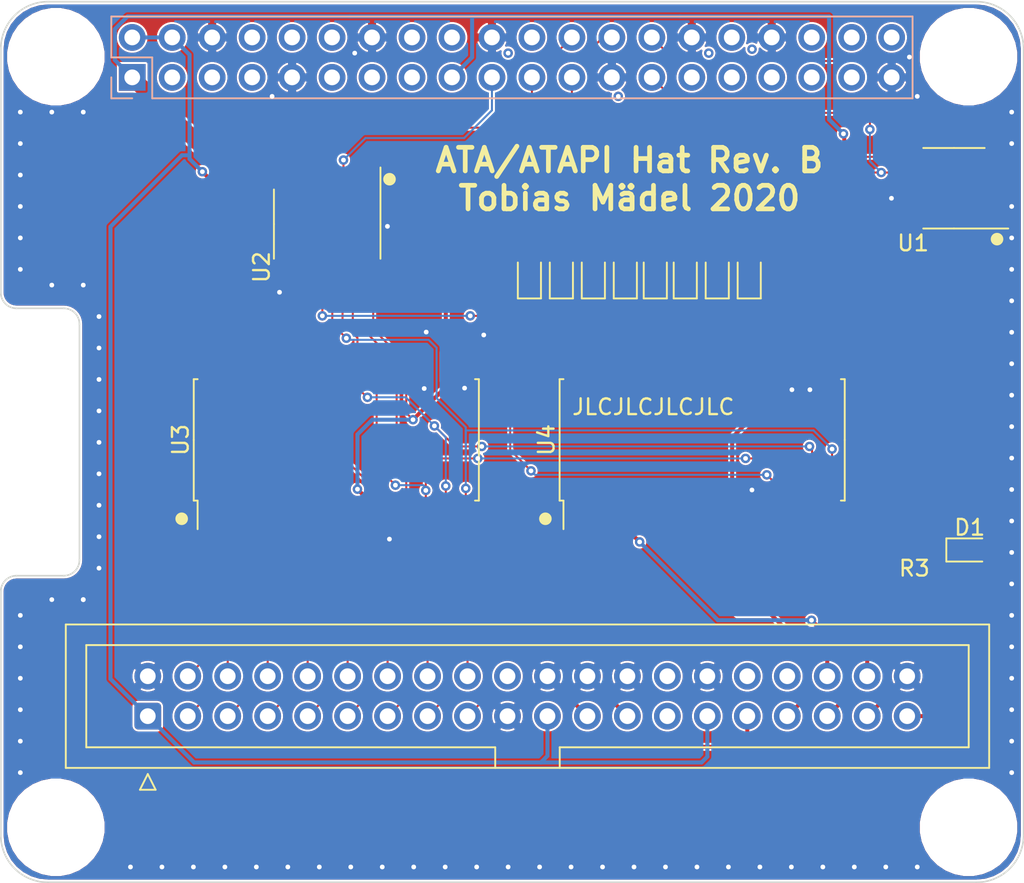
<source format=kicad_pcb>
(kicad_pcb (version 20171130) (host pcbnew 5.1.6)
  (layers (0 F.Cu signal) (31 B.Cu signal) (34 B.Paste user) (35 F.Paste user) (36 B.SilkS user) (37 F.SilkS user) (38 B.Mask user) (39 F.Mask user) (44 Edge.Cuts user))
  (net 0 "")
  (net 1 +5V)
  (net 2 "Net-(D1-Pad1)")
  (net 3 /ID_SD)
  (net 4 +3V3)
  (net 5 /ID_SC)
  (net 6 /ACTIVE)
  (net 7 GND)
  (net 8 "Net-(U2-Pad14)")
  (net 9 "Net-(U2-Pad13)")
  (net 10 "Net-(U2-Pad12)")
  (net 11 "Net-(U2-Pad9)")
  (net 12 "Net-(U2-Pad8)")
  (net 13 "Net-(U2-Pad7)")
  (net 14 /D7)
  (net 15 /D6)
  (net 16 /D5)
  (net 17 /D4)
  (net 18 /D3)
  (net 19 /D2)
  (net 20 /D1)
  (net 21 /D0)
  (net 22 "Net-(U3-Pad20)")
  (net 23 "Net-(U3-Pad19)")
  (net 24 /D15)
  (net 25 /D14)
  (net 26 /D13)
  (net 27 /D12)
  (net 28 /D11)
  (net 29 /D10)
  (net 30 /D9)
  (net 31 /D8)
  (net 32 "Net-(U4-Pad20)")
  (net 33 "Net-(U4-Pad19)")
  (net 34 "Net-(J1-Pad40)")
  (net 35 "Net-(J1-Pad38)")
  (net 36 "Net-(J1-Pad37)")
  (net 37 "Net-(J1-Pad36)")
  (net 38 "Net-(J1-Pad35)")
  (net 39 "Net-(J1-Pad33)")
  (net 40 "Net-(J1-Pad32)")
  (net 41 "Net-(J1-Pad31)")
  (net 42 "Net-(J1-Pad29)")
  (net 43 "Net-(J1-Pad22)")
  (net 44 "Net-(J1-Pad18)")
  (net 45 "Net-(J1-Pad16)")
  (net 46 "Net-(J1-Pad15)")
  (net 47 "Net-(J1-Pad13)")
  (net 48 "Net-(J1-Pad12)")
  (net 49 "Net-(J1-Pad11)")
  (net 50 "Net-(J1-Pad10)")
  (net 51 "Net-(J1-Pad8)")
  (net 52 "Net-(J1-Pad7)")
  (net 53 "Net-(J1-Pad5)")
  (net 54 "Net-(J1-Pad3)")
  (net 55 /CS1)
  (net 56 /DA2)
  (net 57 "Net-(J2-Pad34)")
  (net 58 "Net-(J2-Pad32)")
  (net 59 "Net-(J2-Pad28)")
  (net 60 "Net-(J2-Pad20)")
  (net 61 /CS0)
  (net 62 /DA0)
  (net 63 /DA1)
  (net 64 /IRQ)
  (net 65 /IO_CH_RD)
  (net 66 /IOR)
  (net 67 /IOW)
  (net 68 "Net-(D2-Pad1)")
  (net 69 "Net-(D3-Pad1)")
  (net 70 "Net-(D4-Pad1)")
  (net 71 "Net-(D5-Pad1)")
  (net 72 "Net-(D6-Pad1)")
  (net 73 "Net-(D7-Pad1)")
  (net 74 "Net-(D8-Pad1)")
  (net 75 "Net-(D9-Pad1)")
  (net 76 /3V_MOSI)
  (net 77 /3V_MISO)
  (net 78 /3V_SCK)
  (net 79 "Net-(R4-Pad2)")
  (net 80 "Net-(R5-Pad2)")
  (net 81 "Net-(R6-Pad2)")
  (net 82 "Net-(R7-Pad2)")
  (net 83 "Net-(R8-Pad2)")
  (net 84 "Net-(R9-Pad2)")
  (net 85 "Net-(R10-Pad2)")
  (net 86 "Net-(R11-Pad2)")
  (net 87 /SCK)
  (net 88 /MOSI)
  (net 89 /MISO)
  (net 90 /3V_CE0)
  (net 91 /3V_CE1)
  (net 92 /CE1)
  (net 93 /CE0)
  (module Package_SO:TSSOP-20_4.4x6.5mm_P0.65mm (layer F.Cu) (at 65.635627 142.299877 270)
    (fp_text reference U2 (at 2.734123 4.167627 90) (layer F.SilkS))
    (fp_text value TXS0108EPW)
    (pad 20 smd roundrect (at 2.8625 -2.925 270) (size 1.475 0.4) (layers F.Cu F.Paste F.Mask) (net 92 /CE1))
    (pad 19 smd roundrect (at 2.8625 -2.275 270) (size 1.475 0.4) (layers F.Cu F.Paste F.Mask) (net 1 +5V))
    (pad 18 smd roundrect (at 2.8625 -1.625 270) (size 1.475 0.4) (layers F.Cu F.Paste F.Mask) (net 87 /SCK))
    (pad 17 smd roundrect (at 2.8625 -0.975 270) (size 1.475 0.4) (layers F.Cu F.Paste F.Mask) (net 88 /MOSI))
    (pad 16 smd roundrect (at 2.8625 -0.325 270) (size 1.475 0.4) (layers F.Cu F.Paste F.Mask) (net 89 /MISO))
    (pad 15 smd roundrect (at 2.8625 0.325 270) (size 1.475 0.4) (layers F.Cu F.Paste F.Mask) (net 93 /CE0))
    (pad 14 smd roundrect (at 2.8625 0.975 270) (size 1.475 0.4) (layers F.Cu F.Paste F.Mask) (net 8 "Net-(U2-Pad14)"))
    (pad 13 smd roundrect (at 2.8625 1.625 270) (size 1.475 0.4) (layers F.Cu F.Paste F.Mask) (net 9 "Net-(U2-Pad13)"))
    (pad 12 smd roundrect (at 2.8625 2.275 270) (size 1.475 0.4) (layers F.Cu F.Paste F.Mask) (net 10 "Net-(U2-Pad12)"))
    (pad 11 smd roundrect (at 2.8625 2.925 270) (size 1.475 0.4) (layers F.Cu F.Paste F.Mask) (net 7 GND))
    (pad 10 smd roundrect (at -2.8625 2.925 270) (size 1.475 0.4) (layers F.Cu F.Paste F.Mask) (net 4 +3V3))
    (pad 9 smd roundrect (at -2.8625 2.275 270) (size 1.475 0.4) (layers F.Cu F.Paste F.Mask) (net 11 "Net-(U2-Pad9)"))
    (pad 8 smd roundrect (at -2.8625 1.625 270) (size 1.475 0.4) (layers F.Cu F.Paste F.Mask) (net 12 "Net-(U2-Pad8)"))
    (pad 7 smd roundrect (at -2.8625 0.975 270) (size 1.475 0.4) (layers F.Cu F.Paste F.Mask) (net 13 "Net-(U2-Pad7)"))
    (pad 6 smd roundrect (at -2.8625 0.325 270) (size 1.475 0.4) (layers F.Cu F.Paste F.Mask) (net 90 /3V_CE0))
    (pad 5 smd roundrect (at -2.8625 -0.325 270) (size 1.475 0.4) (layers F.Cu F.Paste F.Mask) (net 77 /3V_MISO))
    (pad 4 smd roundrect (at -2.8625 -0.975 270) (size 1.475 0.4) (layers F.Cu F.Paste F.Mask) (net 76 /3V_MOSI))
    (pad 3 smd roundrect (at -2.8625 -1.625 270) (size 1.475 0.4) (layers F.Cu F.Paste F.Mask) (net 78 /3V_SCK))
    (pad 2 smd roundrect (at -2.8625 -2.275 270) (size 1.475 0.4) (layers F.Cu F.Paste F.Mask) (net 4 +3V3))
    (pad 1 smd roundrect (at -2.8625 -2.925 270) (size 1.475 0.4) (layers F.Cu F.Paste F.Mask) (net 91 /3V_CE1))
  )
  (module Resistor_SMD:R_0402_1005Metric (layer F.Cu) (at 81.153 148.971 270)
    (fp_text reference R11 hide)
    (fp_text value 4.7k hide)
    (pad 2 smd roundrect (at 0.485 0 270) (size 0.59 0.64) (layers F.Cu F.Paste F.Mask) (net 86 "Net-(R11-Pad2)"))
    (pad 1 smd roundrect (at -0.485 0 270) (size 0.59 0.64) (layers F.Cu F.Paste F.Mask) (net 75 "Net-(D9-Pad1)"))
  )
  (module Resistor_SMD:R_0402_1005Metric (layer F.Cu) (at 82.423 148.971 270)
    (fp_text reference R10 hide)
    (fp_text value 4.7k hide)
    (pad 2 smd roundrect (at 0.485 0 270) (size 0.59 0.64) (layers F.Cu F.Paste F.Mask) (net 85 "Net-(R10-Pad2)"))
    (pad 1 smd roundrect (at -0.485 0 270) (size 0.59 0.64) (layers F.Cu F.Paste F.Mask) (net 74 "Net-(D8-Pad1)"))
  )
  (module Resistor_SMD:R_0402_1005Metric (layer F.Cu) (at 83.693 148.971 270)
    (fp_text reference R9 hide)
    (fp_text value 10k hide)
    (pad 2 smd roundrect (at 0.485 0 270) (size 0.59 0.64) (layers F.Cu F.Paste F.Mask) (net 84 "Net-(R9-Pad2)"))
    (pad 1 smd roundrect (at -0.485 0 270) (size 0.59 0.64) (layers F.Cu F.Paste F.Mask) (net 73 "Net-(D7-Pad1)"))
  )
  (module Resistor_SMD:R_0402_1005Metric (layer F.Cu) (at 84.963 148.971 270)
    (fp_text reference R8 hide)
    (fp_text value 10k hide)
    (pad 2 smd roundrect (at 0.485 0 270) (size 0.59 0.64) (layers F.Cu F.Paste F.Mask) (net 83 "Net-(R8-Pad2)"))
    (pad 1 smd roundrect (at -0.485 0 270) (size 0.59 0.64) (layers F.Cu F.Paste F.Mask) (net 72 "Net-(D6-Pad1)"))
  )
  (module Resistor_SMD:R_0402_1005Metric (layer F.Cu) (at 86.233 148.971 270)
    (fp_text reference R7 hide)
    (fp_text value 4.7k hide)
    (pad 2 smd roundrect (at 0.485 0 270) (size 0.59 0.64) (layers F.Cu F.Paste F.Mask) (net 82 "Net-(R7-Pad2)"))
    (pad 1 smd roundrect (at -0.485 0 270) (size 0.59 0.64) (layers F.Cu F.Paste F.Mask) (net 71 "Net-(D5-Pad1)"))
  )
  (module Resistor_SMD:R_0402_1005Metric (layer F.Cu) (at 87.503 148.971 270)
    (fp_text reference R6 hide)
    (fp_text value 4.7k hide)
    (pad 2 smd roundrect (at 0.485 0 270) (size 0.59 0.64) (layers F.Cu F.Paste F.Mask) (net 81 "Net-(R6-Pad2)"))
    (pad 1 smd roundrect (at -0.485 0 270) (size 0.59 0.64) (layers F.Cu F.Paste F.Mask) (net 70 "Net-(D4-Pad1)"))
  )
  (module Resistor_SMD:R_0402_1005Metric (layer F.Cu) (at 88.773 148.971 270)
    (fp_text reference R5 hide)
    (fp_text value 4.7k hide)
    (pad 2 smd roundrect (at 0.485 0 270) (size 0.59 0.64) (layers F.Cu F.Paste F.Mask) (net 80 "Net-(R5-Pad2)"))
    (pad 1 smd roundrect (at -0.485 0 270) (size 0.59 0.64) (layers F.Cu F.Paste F.Mask) (net 69 "Net-(D3-Pad1)"))
  )
  (module Resistor_SMD:R_0402_1005Metric (layer F.Cu) (at 90.043 148.971 270)
    (fp_text reference R4 hide)
    (fp_text value 4.7k hide)
    (pad 2 smd roundrect (at 0.485 0 270) (size 0.59 0.64) (layers F.Cu F.Paste F.Mask) (net 79 "Net-(R4-Pad2)"))
    (pad 1 smd roundrect (at -0.485 0 270) (size 0.59 0.64) (layers F.Cu F.Paste F.Mask) (net 68 "Net-(D2-Pad1)"))
  )
  (module LED_SMD:LED_0603_1608Metric (layer F.Cu) (at 78.486 145.542 90)
    (fp_text reference D9 hide)
    (fp_text value Blue hide)
    (pad 2 smd roundrect (at 0.7875 0 90) (size 0.875 0.95) (layers F.Cu F.Paste F.Mask) (net 1 +5V))
    (pad 1 smd roundrect (at -0.7875 0 90) (size 0.875 0.95) (layers F.Cu F.Paste F.Mask) (net 75 "Net-(D9-Pad1)"))
  )
  (module LED_SMD:LED_0603_1608Metric (layer F.Cu) (at 80.518 145.542 90)
    (fp_text reference D8 hide)
    (fp_text value Blue hide)
    (pad 2 smd roundrect (at 0.7875 0 90) (size 0.875 0.95) (layers F.Cu F.Paste F.Mask) (net 1 +5V))
    (pad 1 smd roundrect (at -0.7875 0 90) (size 0.875 0.95) (layers F.Cu F.Paste F.Mask) (net 74 "Net-(D8-Pad1)"))
  )
  (module LED_SMD:LED_0603_1608Metric (layer F.Cu) (at 82.55 145.542 90)
    (fp_text reference D7 hide)
    (fp_text value Green hide)
    (pad 2 smd roundrect (at 0.7875 0 90) (size 0.875 0.95) (layers F.Cu F.Paste F.Mask) (net 1 +5V))
    (pad 1 smd roundrect (at -0.7875 0 90) (size 0.875 0.95) (layers F.Cu F.Paste F.Mask) (net 73 "Net-(D7-Pad1)"))
  )
  (module LED_SMD:LED_0603_1608Metric (layer F.Cu) (at 84.582 145.542 90)
    (fp_text reference D6 hide)
    (fp_text value Green hide)
    (pad 2 smd roundrect (at 0.7875 0 90) (size 0.875 0.95) (layers F.Cu F.Paste F.Mask) (net 1 +5V))
    (pad 1 smd roundrect (at -0.7875 0 90) (size 0.875 0.95) (layers F.Cu F.Paste F.Mask) (net 72 "Net-(D6-Pad1)"))
  )
  (module LED_SMD:LED_0603_1608Metric (layer F.Cu) (at 86.487 145.542 90)
    (fp_text reference D5 hide)
    (fp_text value Yellow hide)
    (pad 2 smd roundrect (at 0.7875 0 90) (size 0.875 0.95) (layers F.Cu F.Paste F.Mask) (net 1 +5V))
    (pad 1 smd roundrect (at -0.7875 0 90) (size 0.875 0.95) (layers F.Cu F.Paste F.Mask) (net 71 "Net-(D5-Pad1)"))
  )
  (module LED_SMD:LED_0603_1608Metric (layer F.Cu) (at 88.392 145.542 90)
    (fp_text reference D4 hide)
    (fp_text value Yellow hide)
    (pad 2 smd roundrect (at 0.7875 0 90) (size 0.875 0.95) (layers F.Cu F.Paste F.Mask) (net 1 +5V))
    (pad 1 smd roundrect (at -0.7875 0 90) (size 0.875 0.95) (layers F.Cu F.Paste F.Mask) (net 70 "Net-(D4-Pad1)"))
  )
  (module LED_SMD:LED_0603_1608Metric (layer F.Cu) (at 90.424 145.542 90)
    (fp_text reference D3 hide)
    (fp_text value Red hide)
    (pad 2 smd roundrect (at 0.7875 0 90) (size 0.875 0.95) (layers F.Cu F.Paste F.Mask) (net 1 +5V))
    (pad 1 smd roundrect (at -0.7875 0 90) (size 0.875 0.95) (layers F.Cu F.Paste F.Mask) (net 69 "Net-(D3-Pad1)"))
  )
  (module LED_SMD:LED_0603_1608Metric (layer F.Cu) (at 92.456 145.542 90)
    (fp_text reference D2 hide)
    (fp_text value Red hide)
    (pad 2 smd roundrect (at 0.7875 0 90) (size 0.875 0.95) (layers F.Cu F.Paste F.Mask) (net 1 +5V))
    (pad 1 smd roundrect (at -0.7875 0 90) (size 0.875 0.95) (layers F.Cu F.Paste F.Mask) (net 68 "Net-(D2-Pad1)"))
  )
  (module Capacitor_SMD:C_0402_1005Metric (layer F.Cu) (at 105.235628 143.569878)
    (fp_text reference C5 hide)
    (fp_text value 100n hide)
    (pad 2 smd roundrect (at 0.485 0) (size 0.59 0.64) (layers F.Cu F.Paste F.Mask) (net 7 GND))
    (pad 1 smd roundrect (at -0.485 0) (size 0.59 0.64) (layers F.Cu F.Paste F.Mask) (net 4 +3V3))
  )
  (module Capacitor_SMD:C_0402_1005Metric (layer F.Cu) (at 70.325627 141.409875 270)
    (fp_text reference C4 hide)
    (fp_text value 100n hide)
    (pad 2 smd roundrect (at 0.485 0 270) (size 0.59 0.64) (layers F.Cu F.Paste F.Mask) (net 7 GND))
    (pad 1 smd roundrect (at -0.485 0 270) (size 0.59 0.64) (layers F.Cu F.Paste F.Mask) (net 4 +3V3))
  )
  (module Capacitor_SMD:C_0402_1005Metric (layer F.Cu) (at 97.085627 149.299875 180)
    (fp_text reference C3 hide)
    (fp_text value 100n hide)
    (pad 2 smd roundrect (at 0.485 0 180) (size 0.59 0.64) (layers F.Cu F.Paste F.Mask) (net 7 GND))
    (pad 1 smd roundrect (at -0.485 0 180) (size 0.59 0.64) (layers F.Cu F.Paste F.Mask) (net 1 +5V))
  )
  (module Capacitor_SMD:C_0402_1005Metric (layer F.Cu) (at 73.805628 149.349876)
    (fp_text reference C2 hide)
    (fp_text value 100n hide)
    (pad 2 smd roundrect (at 0.485 0) (size 0.59 0.64) (layers F.Cu F.Paste F.Mask) (net 7 GND))
    (pad 1 smd roundrect (at -0.485 0) (size 0.59 0.64) (layers F.Cu F.Paste F.Mask) (net 1 +5V))
  )
  (module Capacitor_SMD:C_0402_1005Metric (layer F.Cu) (at 70.315627 143.349876 90)
    (fp_text reference C1 hide)
    (fp_text value 100n hide)
    (pad 2 smd roundrect (at 0.485 0 90) (size 0.59 0.64) (layers F.Cu F.Paste F.Mask) (net 7 GND))
    (pad 1 smd roundrect (at -0.485 0 90) (size 0.59 0.64) (layers F.Cu F.Paste F.Mask) (net 1 +5V))
  )
  (module RPi_Hat:RPi_Hat_Mounting_Hole (layer F.Cu) (at 106.392628 180.655875)
    (fp_text reference "" hide)
    (fp_text value "" hide)
    (pad "" np_thru_hole circle (at 0 0) (size 2.75 2.75) (drill 2.75) (layers *.Cu *.Mask) (clearance 1.725))
  )
  (module RPi_Hat:RPi_Hat_Mounting_Hole (layer F.Cu) (at 48.392628 131.655876)
    (fp_text reference "" hide)
    (fp_text value "" hide)
    (pad "" np_thru_hole circle (at 0 0) (size 2.75 2.75) (drill 2.75) (layers *.Cu *.Mask) (clearance 1.725))
  )
  (module RPi_Hat:RPi_Hat_Mounting_Hole (layer F.Cu) (at 48.392627 180.655877)
    (fp_text reference "" hide)
    (fp_text value "" hide)
    (pad "" np_thru_hole circle (at 0 0) (size 2.75 2.75) (drill 2.75) (layers *.Cu *.Mask) (clearance 1.725))
  )
  (module RPi_Hat:RPi_Hat_Mounting_Hole (layer F.Cu) (at 106.392628 131.655876)
    (fp_text reference "" hide)
    (fp_text value "" hide)
    (pad "" np_thru_hole circle (at 0 0) (size 2.75 2.75) (drill 2.75) (layers *.Cu *.Mask) (clearance 1.725))
  )
  (module Connector_IDC:IDC-Header_2x20_P2.54mm_Vertical (layer F.Cu) (at 54.234241 173.587564 90)
    (fp_text reference J2 hide)
    (fp_text value IDE)
    (pad 40 thru_hole circle (at 2.54 48.26 90) (size 1.7 1.7) (drill 1) (layers *.Cu *.Mask) (net 7 GND))
    (pad 38 thru_hole circle (at 2.54 45.72 90) (size 1.7 1.7) (drill 1) (layers *.Cu *.Mask) (net 55 /CS1))
    (pad 36 thru_hole circle (at 2.54 43.18 90) (size 1.7 1.7) (drill 1) (layers *.Cu *.Mask) (net 56 /DA2))
    (pad 34 thru_hole circle (at 2.54 40.64 90) (size 1.7 1.7) (drill 1) (layers *.Cu *.Mask) (net 57 "Net-(J2-Pad34)"))
    (pad 32 thru_hole circle (at 2.54 38.1 90) (size 1.7 1.7) (drill 1) (layers *.Cu *.Mask) (net 58 "Net-(J2-Pad32)"))
    (pad 30 thru_hole circle (at 2.54 35.56 90) (size 1.7 1.7) (drill 1) (layers *.Cu *.Mask) (net 7 GND))
    (pad 28 thru_hole circle (at 2.54 33.02 90) (size 1.7 1.7) (drill 1) (layers *.Cu *.Mask) (net 59 "Net-(J2-Pad28)"))
    (pad 26 thru_hole circle (at 2.54 30.48 90) (size 1.7 1.7) (drill 1) (layers *.Cu *.Mask) (net 7 GND))
    (pad 24 thru_hole circle (at 2.54 27.94 90) (size 1.7 1.7) (drill 1) (layers *.Cu *.Mask) (net 7 GND))
    (pad 22 thru_hole circle (at 2.54 25.4 90) (size 1.7 1.7) (drill 1) (layers *.Cu *.Mask) (net 7 GND))
    (pad 20 thru_hole circle (at 2.54 22.86 90) (size 1.7 1.7) (drill 1) (layers *.Cu *.Mask) (net 60 "Net-(J2-Pad20)"))
    (pad 18 thru_hole circle (at 2.54 20.32 90) (size 1.7 1.7) (drill 1) (layers *.Cu *.Mask) (net 24 /D15))
    (pad 16 thru_hole circle (at 2.54 17.78 90) (size 1.7 1.7) (drill 1) (layers *.Cu *.Mask) (net 25 /D14))
    (pad 14 thru_hole circle (at 2.54 15.24 90) (size 1.7 1.7) (drill 1) (layers *.Cu *.Mask) (net 26 /D13))
    (pad 12 thru_hole circle (at 2.54 12.7 90) (size 1.7 1.7) (drill 1) (layers *.Cu *.Mask) (net 27 /D12))
    (pad 10 thru_hole circle (at 2.54 10.16 90) (size 1.7 1.7) (drill 1) (layers *.Cu *.Mask) (net 28 /D11))
    (pad 8 thru_hole circle (at 2.54 7.62 90) (size 1.7 1.7) (drill 1) (layers *.Cu *.Mask) (net 29 /D10))
    (pad 6 thru_hole circle (at 2.54 5.08 90) (size 1.7 1.7) (drill 1) (layers *.Cu *.Mask) (net 30 /D9))
    (pad 4 thru_hole circle (at 2.54 2.54 90) (size 1.7 1.7) (drill 1) (layers *.Cu *.Mask) (net 31 /D8))
    (pad 2 thru_hole circle (at 2.54 0 90) (size 1.7 1.7) (drill 1) (layers *.Cu *.Mask) (net 7 GND))
    (pad 39 thru_hole circle (at 0 48.26 90) (size 1.7 1.7) (drill 1) (layers *.Cu *.Mask) (net 6 /ACTIVE))
    (pad 37 thru_hole circle (at 0 45.72 90) (size 1.7 1.7) (drill 1) (layers *.Cu *.Mask) (net 61 /CS0))
    (pad 35 thru_hole circle (at 0 43.18 90) (size 1.7 1.7) (drill 1) (layers *.Cu *.Mask) (net 62 /DA0))
    (pad 33 thru_hole circle (at 0 40.64 90) (size 1.7 1.7) (drill 1) (layers *.Cu *.Mask) (net 63 /DA1))
    (pad 31 thru_hole circle (at 0 38.1 90) (size 1.7 1.7) (drill 1) (layers *.Cu *.Mask) (net 64 /IRQ))
    (pad 29 thru_hole circle (at 0 35.56 90) (size 1.7 1.7) (drill 1) (layers *.Cu *.Mask) (net 1 +5V))
    (pad 27 thru_hole circle (at 0 33.02 90) (size 1.7 1.7) (drill 1) (layers *.Cu *.Mask) (net 65 /IO_CH_RD))
    (pad 25 thru_hole circle (at 0 30.48 90) (size 1.7 1.7) (drill 1) (layers *.Cu *.Mask) (net 66 /IOR))
    (pad 23 thru_hole circle (at 0 27.94 90) (size 1.7 1.7) (drill 1) (layers *.Cu *.Mask) (net 67 /IOW))
    (pad 21 thru_hole circle (at 0 25.4 90) (size 1.7 1.7) (drill 1) (layers *.Cu *.Mask) (net 1 +5V))
    (pad 19 thru_hole circle (at 0 22.86 90) (size 1.7 1.7) (drill 1) (layers *.Cu *.Mask) (net 7 GND))
    (pad 17 thru_hole circle (at 0 20.32 90) (size 1.7 1.7) (drill 1) (layers *.Cu *.Mask) (net 21 /D0))
    (pad 15 thru_hole circle (at 0 17.78 90) (size 1.7 1.7) (drill 1) (layers *.Cu *.Mask) (net 20 /D1))
    (pad 13 thru_hole circle (at 0 15.24 90) (size 1.7 1.7) (drill 1) (layers *.Cu *.Mask) (net 19 /D2))
    (pad 11 thru_hole circle (at 0 12.7 90) (size 1.7 1.7) (drill 1) (layers *.Cu *.Mask) (net 18 /D3))
    (pad 9 thru_hole circle (at 0 10.16 90) (size 1.7 1.7) (drill 1) (layers *.Cu *.Mask) (net 17 /D4))
    (pad 7 thru_hole circle (at 0 7.62 90) (size 1.7 1.7) (drill 1) (layers *.Cu *.Mask) (net 16 /D5))
    (pad 5 thru_hole circle (at 0 5.08 90) (size 1.7 1.7) (drill 1) (layers *.Cu *.Mask) (net 15 /D6))
    (pad 3 thru_hole circle (at 0 2.54 90) (size 1.7 1.7) (drill 1) (layers *.Cu *.Mask) (net 14 /D7))
    (pad 1 thru_hole roundrect (at 0 0 90) (size 1.7 1.7) (drill 1) (layers *.Cu *.Mask) (roundrect_rratio 0.147059) (net 1 +5V))
  )
  (module Connector_PinSocket_2.54mm:PinSocket_2x20_P2.54mm_Vertical (layer B.Cu) (at 53.245628 132.969876 270)
    (fp_text reference J1 hide)
    (fp_text value Pi hide)
    (pad 1 thru_hole rect (at 0 0 270) (size 1.7 1.7) (drill 1) (layers *.Cu *.Mask) (net 4 +3V3))
    (pad 2 thru_hole oval (at -2.54 0 270) (size 1.7 1.7) (drill 1) (layers *.Cu *.Mask) (net 1 +5V))
    (pad 3 thru_hole oval (at 0 -2.54 270) (size 1.7 1.7) (drill 1) (layers *.Cu *.Mask) (net 54 "Net-(J1-Pad3)"))
    (pad 4 thru_hole oval (at -2.54 -2.54 270) (size 1.7 1.7) (drill 1) (layers *.Cu *.Mask) (net 1 +5V))
    (pad 5 thru_hole oval (at 0 -5.08 270) (size 1.7 1.7) (drill 1) (layers *.Cu *.Mask) (net 53 "Net-(J1-Pad5)"))
    (pad 6 thru_hole oval (at -2.54 -5.08 270) (size 1.7 1.7) (drill 1) (layers *.Cu *.Mask) (net 7 GND))
    (pad 7 thru_hole oval (at 0 -7.62 270) (size 1.7 1.7) (drill 1) (layers *.Cu *.Mask) (net 52 "Net-(J1-Pad7)"))
    (pad 8 thru_hole oval (at -2.54 -7.62 270) (size 1.7 1.7) (drill 1) (layers *.Cu *.Mask) (net 51 "Net-(J1-Pad8)"))
    (pad 9 thru_hole oval (at 0 -10.16 270) (size 1.7 1.7) (drill 1) (layers *.Cu *.Mask) (net 7 GND))
    (pad 10 thru_hole oval (at -2.54 -10.16 270) (size 1.7 1.7) (drill 1) (layers *.Cu *.Mask) (net 50 "Net-(J1-Pad10)"))
    (pad 11 thru_hole oval (at 0 -12.7 270) (size 1.7 1.7) (drill 1) (layers *.Cu *.Mask) (net 49 "Net-(J1-Pad11)"))
    (pad 12 thru_hole oval (at -2.54 -12.7 270) (size 1.7 1.7) (drill 1) (layers *.Cu *.Mask) (net 48 "Net-(J1-Pad12)"))
    (pad 13 thru_hole oval (at 0 -15.24 270) (size 1.7 1.7) (drill 1) (layers *.Cu *.Mask) (net 47 "Net-(J1-Pad13)"))
    (pad 14 thru_hole oval (at -2.54 -15.24 270) (size 1.7 1.7) (drill 1) (layers *.Cu *.Mask) (net 7 GND))
    (pad 15 thru_hole oval (at 0 -17.78 270) (size 1.7 1.7) (drill 1) (layers *.Cu *.Mask) (net 46 "Net-(J1-Pad15)"))
    (pad 16 thru_hole oval (at -2.54 -17.78 270) (size 1.7 1.7) (drill 1) (layers *.Cu *.Mask) (net 45 "Net-(J1-Pad16)"))
    (pad 17 thru_hole oval (at 0 -20.32 270) (size 1.7 1.7) (drill 1) (layers *.Cu *.Mask) (net 4 +3V3))
    (pad 18 thru_hole oval (at -2.54 -20.32 270) (size 1.7 1.7) (drill 1) (layers *.Cu *.Mask) (net 44 "Net-(J1-Pad18)"))
    (pad 19 thru_hole oval (at 0 -22.86 270) (size 1.7 1.7) (drill 1) (layers *.Cu *.Mask) (net 76 /3V_MOSI))
    (pad 20 thru_hole oval (at -2.54 -22.86 270) (size 1.7 1.7) (drill 1) (layers *.Cu *.Mask) (net 7 GND))
    (pad 21 thru_hole oval (at 0 -25.4 270) (size 1.7 1.7) (drill 1) (layers *.Cu *.Mask) (net 77 /3V_MISO))
    (pad 22 thru_hole oval (at -2.54 -25.4 270) (size 1.7 1.7) (drill 1) (layers *.Cu *.Mask) (net 43 "Net-(J1-Pad22)"))
    (pad 23 thru_hole oval (at 0 -27.94 270) (size 1.7 1.7) (drill 1) (layers *.Cu *.Mask) (net 78 /3V_SCK))
    (pad 24 thru_hole oval (at -2.54 -27.94 270) (size 1.7 1.7) (drill 1) (layers *.Cu *.Mask) (net 90 /3V_CE0))
    (pad 25 thru_hole oval (at 0 -30.48 270) (size 1.7 1.7) (drill 1) (layers *.Cu *.Mask) (net 7 GND))
    (pad 26 thru_hole oval (at -2.54 -30.48 270) (size 1.7 1.7) (drill 1) (layers *.Cu *.Mask) (net 91 /3V_CE1))
    (pad 27 thru_hole oval (at 0 -33.02 270) (size 1.7 1.7) (drill 1) (layers *.Cu *.Mask) (net 3 /ID_SD))
    (pad 28 thru_hole oval (at -2.54 -33.02 270) (size 1.7 1.7) (drill 1) (layers *.Cu *.Mask) (net 5 /ID_SC))
    (pad 29 thru_hole oval (at 0 -35.56 270) (size 1.7 1.7) (drill 1) (layers *.Cu *.Mask) (net 42 "Net-(J1-Pad29)"))
    (pad 30 thru_hole oval (at -2.54 -35.56 270) (size 1.7 1.7) (drill 1) (layers *.Cu *.Mask) (net 7 GND))
    (pad 31 thru_hole oval (at 0 -38.1 270) (size 1.7 1.7) (drill 1) (layers *.Cu *.Mask) (net 41 "Net-(J1-Pad31)"))
    (pad 32 thru_hole oval (at -2.54 -38.1 270) (size 1.7 1.7) (drill 1) (layers *.Cu *.Mask) (net 40 "Net-(J1-Pad32)"))
    (pad 33 thru_hole oval (at 0 -40.64 270) (size 1.7 1.7) (drill 1) (layers *.Cu *.Mask) (net 39 "Net-(J1-Pad33)"))
    (pad 34 thru_hole oval (at -2.54 -40.64 270) (size 1.7 1.7) (drill 1) (layers *.Cu *.Mask) (net 7 GND))
    (pad 35 thru_hole oval (at 0 -43.18 270) (size 1.7 1.7) (drill 1) (layers *.Cu *.Mask) (net 38 "Net-(J1-Pad35)"))
    (pad 36 thru_hole oval (at -2.54 -43.18 270) (size 1.7 1.7) (drill 1) (layers *.Cu *.Mask) (net 37 "Net-(J1-Pad36)"))
    (pad 37 thru_hole oval (at 0 -45.72 270) (size 1.7 1.7) (drill 1) (layers *.Cu *.Mask) (net 36 "Net-(J1-Pad37)"))
    (pad 38 thru_hole oval (at -2.54 -45.72 270) (size 1.7 1.7) (drill 1) (layers *.Cu *.Mask) (net 35 "Net-(J1-Pad38)"))
    (pad 39 thru_hole oval (at 0 -48.26 270) (size 1.7 1.7) (drill 1) (layers *.Cu *.Mask) (net 7 GND))
    (pad 40 thru_hole oval (at -2.54 -48.26 270) (size 1.7 1.7) (drill 1) (layers *.Cu *.Mask) (net 34 "Net-(J1-Pad40)"))
  )
  (module Package_SO:SOIC-28W_7.5x17.9mm_P1.27mm (layer F.Cu) (at 89.465628 156.019875 90)
    (fp_text reference U4 (at 0 -9.9 90) (layer F.SilkS))
    (fp_text value MCP23S17_SO)
    (pad 28 smd roundrect (at 4.65 -8.255 90) (size 2.05 0.6) (layers F.Cu F.Paste F.Mask) (net 86 "Net-(R11-Pad2)"))
    (pad 27 smd roundrect (at 4.65 -6.985 90) (size 2.05 0.6) (layers F.Cu F.Paste F.Mask) (net 85 "Net-(R10-Pad2)"))
    (pad 26 smd roundrect (at 4.65 -5.715 90) (size 2.05 0.6) (layers F.Cu F.Paste F.Mask) (net 84 "Net-(R9-Pad2)"))
    (pad 25 smd roundrect (at 4.65 -4.445 90) (size 2.05 0.6) (layers F.Cu F.Paste F.Mask) (net 83 "Net-(R8-Pad2)"))
    (pad 24 smd roundrect (at 4.65 -3.175 90) (size 2.05 0.6) (layers F.Cu F.Paste F.Mask) (net 82 "Net-(R7-Pad2)"))
    (pad 23 smd roundrect (at 4.65 -1.905 90) (size 2.05 0.6) (layers F.Cu F.Paste F.Mask) (net 81 "Net-(R6-Pad2)"))
    (pad 22 smd roundrect (at 4.65 -0.635 90) (size 2.05 0.6) (layers F.Cu F.Paste F.Mask) (net 80 "Net-(R5-Pad2)"))
    (pad 21 smd roundrect (at 4.65 0.635 90) (size 2.05 0.6) (layers F.Cu F.Paste F.Mask) (net 79 "Net-(R4-Pad2)"))
    (pad 20 smd roundrect (at 4.65 1.905 90) (size 2.05 0.6) (layers F.Cu F.Paste F.Mask) (net 32 "Net-(U4-Pad20)"))
    (pad 19 smd roundrect (at 4.65 3.175 90) (size 2.05 0.6) (layers F.Cu F.Paste F.Mask) (net 33 "Net-(U4-Pad19)"))
    (pad 18 smd roundrect (at 4.65 4.445 90) (size 2.05 0.6) (layers F.Cu F.Paste F.Mask) (net 1 +5V))
    (pad 17 smd roundrect (at 4.65 5.715 90) (size 2.05 0.6) (layers F.Cu F.Paste F.Mask) (net 7 GND))
    (pad 16 smd roundrect (at 4.65 6.985 90) (size 2.05 0.6) (layers F.Cu F.Paste F.Mask) (net 7 GND))
    (pad 15 smd roundrect (at 4.65 8.255 90) (size 2.05 0.6) (layers F.Cu F.Paste F.Mask) (net 1 +5V))
    (pad 14 smd roundrect (at -4.65 8.255 90) (size 2.05 0.6) (layers F.Cu F.Paste F.Mask) (net 89 /MISO))
    (pad 13 smd roundrect (at -4.65 6.985 90) (size 2.05 0.6) (layers F.Cu F.Paste F.Mask) (net 88 /MOSI))
    (pad 12 smd roundrect (at -4.65 5.715 90) (size 2.05 0.6) (layers F.Cu F.Paste F.Mask) (net 87 /SCK))
    (pad 11 smd roundrect (at -4.65 4.445 90) (size 2.05 0.6) (layers F.Cu F.Paste F.Mask) (net 93 /CE0))
    (pad 10 smd roundrect (at -4.65 3.175 90) (size 2.05 0.6) (layers F.Cu F.Paste F.Mask) (net 7 GND))
    (pad 9 smd roundrect (at -4.65 1.905 90) (size 2.05 0.6) (layers F.Cu F.Paste F.Mask) (net 1 +5V))
    (pad 8 smd roundrect (at -4.65 0.635 90) (size 2.05 0.6) (layers F.Cu F.Paste F.Mask) (net 61 /CS0))
    (pad 7 smd roundrect (at -4.65 -0.635 90) (size 2.05 0.6) (layers F.Cu F.Paste F.Mask) (net 55 /CS1))
    (pad 6 smd roundrect (at -4.65 -1.905 90) (size 2.05 0.6) (layers F.Cu F.Paste F.Mask) (net 62 /DA0))
    (pad 5 smd roundrect (at -4.65 -3.175 90) (size 2.05 0.6) (layers F.Cu F.Paste F.Mask) (net 63 /DA1))
    (pad 4 smd roundrect (at -4.65 -4.445 90) (size 2.05 0.6) (layers F.Cu F.Paste F.Mask) (net 56 /DA2))
    (pad 3 smd roundrect (at -4.65 -5.715 90) (size 2.05 0.6) (layers F.Cu F.Paste F.Mask) (net 64 /IRQ))
    (pad 2 smd roundrect (at -4.65 -6.985 90) (size 2.05 0.6) (layers F.Cu F.Paste F.Mask) (net 66 /IOR))
    (pad 1 smd roundrect (at -4.65 -8.255 90) (size 2.05 0.6) (layers F.Cu F.Paste F.Mask) (net 67 /IOW))
  )
  (module Package_SO:SOIC-28W_7.5x17.9mm_P1.27mm (layer F.Cu) (at 66.215628 156.019877 90)
    (fp_text reference U3 (at 0 -9.9 90) (layer F.SilkS))
    (fp_text value MCP23S17_SO)
    (pad 28 smd roundrect (at 4.65 -8.255 90) (size 2.05 0.6) (layers F.Cu F.Paste F.Mask) (net 14 /D7))
    (pad 27 smd roundrect (at 4.65 -6.985 90) (size 2.05 0.6) (layers F.Cu F.Paste F.Mask) (net 15 /D6))
    (pad 26 smd roundrect (at 4.65 -5.715 90) (size 2.05 0.6) (layers F.Cu F.Paste F.Mask) (net 16 /D5))
    (pad 25 smd roundrect (at 4.65 -4.445 90) (size 2.05 0.6) (layers F.Cu F.Paste F.Mask) (net 17 /D4))
    (pad 24 smd roundrect (at 4.65 -3.175 90) (size 2.05 0.6) (layers F.Cu F.Paste F.Mask) (net 18 /D3))
    (pad 23 smd roundrect (at 4.65 -1.905 90) (size 2.05 0.6) (layers F.Cu F.Paste F.Mask) (net 19 /D2))
    (pad 22 smd roundrect (at 4.65 -0.635 90) (size 2.05 0.6) (layers F.Cu F.Paste F.Mask) (net 20 /D1))
    (pad 21 smd roundrect (at 4.65 0.635 90) (size 2.05 0.6) (layers F.Cu F.Paste F.Mask) (net 21 /D0))
    (pad 20 smd roundrect (at 4.65 1.905 90) (size 2.05 0.6) (layers F.Cu F.Paste F.Mask) (net 22 "Net-(U3-Pad20)"))
    (pad 19 smd roundrect (at 4.65 3.175 90) (size 2.05 0.6) (layers F.Cu F.Paste F.Mask) (net 23 "Net-(U3-Pad19)"))
    (pad 18 smd roundrect (at 4.65 4.445 90) (size 2.05 0.6) (layers F.Cu F.Paste F.Mask) (net 1 +5V))
    (pad 17 smd roundrect (at 4.65 5.715 90) (size 2.05 0.6) (layers F.Cu F.Paste F.Mask) (net 7 GND))
    (pad 16 smd roundrect (at 4.65 6.985 90) (size 2.05 0.6) (layers F.Cu F.Paste F.Mask) (net 1 +5V))
    (pad 15 smd roundrect (at 4.65 8.255 90) (size 2.05 0.6) (layers F.Cu F.Paste F.Mask) (net 7 GND))
    (pad 14 smd roundrect (at -4.65 8.255 90) (size 2.05 0.6) (layers F.Cu F.Paste F.Mask) (net 89 /MISO))
    (pad 13 smd roundrect (at -4.65 6.985 90) (size 2.05 0.6) (layers F.Cu F.Paste F.Mask) (net 88 /MOSI))
    (pad 12 smd roundrect (at -4.65 5.715 90) (size 2.05 0.6) (layers F.Cu F.Paste F.Mask) (net 87 /SCK))
    (pad 11 smd roundrect (at -4.65 4.445 90) (size 2.05 0.6) (layers F.Cu F.Paste F.Mask) (net 92 /CE1))
    (pad 10 smd roundrect (at -4.65 3.175 90) (size 2.05 0.6) (layers F.Cu F.Paste F.Mask) (net 7 GND))
    (pad 9 smd roundrect (at -4.65 1.905 90) (size 2.05 0.6) (layers F.Cu F.Paste F.Mask) (net 1 +5V))
    (pad 8 smd roundrect (at -4.65 0.635 90) (size 2.05 0.6) (layers F.Cu F.Paste F.Mask) (net 24 /D15))
    (pad 7 smd roundrect (at -4.65 -0.635 90) (size 2.05 0.6) (layers F.Cu F.Paste F.Mask) (net 25 /D14))
    (pad 6 smd roundrect (at -4.65 -1.905 90) (size 2.05 0.6) (layers F.Cu F.Paste F.Mask) (net 26 /D13))
    (pad 5 smd roundrect (at -4.65 -3.175 90) (size 2.05 0.6) (layers F.Cu F.Paste F.Mask) (net 27 /D12))
    (pad 4 smd roundrect (at -4.65 -4.445 90) (size 2.05 0.6) (layers F.Cu F.Paste F.Mask) (net 28 /D11))
    (pad 3 smd roundrect (at -4.65 -5.715 90) (size 2.05 0.6) (layers F.Cu F.Paste F.Mask) (net 29 /D10))
    (pad 2 smd roundrect (at -4.65 -6.985 90) (size 2.05 0.6) (layers F.Cu F.Paste F.Mask) (net 30 /D9))
    (pad 1 smd roundrect (at -4.65 -8.255 90) (size 2.05 0.6) (layers F.Cu F.Paste F.Mask) (net 31 /D8))
  )
  (module Package_SO:SOIC-8_3.9x4.9mm_P1.27mm (layer F.Cu) (at 105.465628 140.019875 180)
    (fp_text reference U1 (at 2.595628 -3.490125) (layer F.SilkS))
    (fp_text value AT24CS32)
    (pad 8 smd roundrect (at 2.475 -1.905 180) (size 1.95 0.6) (layers F.Cu F.Paste F.Mask) (net 4 +3V3))
    (pad 7 smd roundrect (at 2.475 -0.635 180) (size 1.95 0.6) (layers F.Cu F.Paste F.Mask) (net 7 GND))
    (pad 6 smd roundrect (at 2.475 0.635 180) (size 1.95 0.6) (layers F.Cu F.Paste F.Mask) (net 5 /ID_SC))
    (pad 5 smd roundrect (at 2.475 1.905 180) (size 1.95 0.6) (layers F.Cu F.Paste F.Mask) (net 3 /ID_SD))
    (pad 4 smd roundrect (at -2.475 1.905 180) (size 1.95 0.6) (layers F.Cu F.Paste F.Mask) (net 7 GND))
    (pad 3 smd roundrect (at -2.475 0.635 180) (size 1.95 0.6) (layers F.Cu F.Paste F.Mask) (net 7 GND))
    (pad 2 smd roundrect (at -2.475 -0.635 180) (size 1.95 0.6) (layers F.Cu F.Paste F.Mask) (net 7 GND))
    (pad 1 smd roundrect (at -2.475 -1.905 180) (size 1.95 0.6) (layers F.Cu F.Paste F.Mask) (net 7 GND))
  )
  (module Resistor_SMD:R_0402_1005Metric (layer F.Cu) (at 102.950627 163.019877 180)
    (fp_text reference R3 (at 0 -1.17) (layer F.SilkS))
    (fp_text value 4.7k)
    (pad 2 smd roundrect (at 0.485 0 180) (size 0.59 0.64) (layers F.Cu F.Paste F.Mask) (net 6 /ACTIVE))
    (pad 1 smd roundrect (at -0.485 0 180) (size 0.59 0.64) (layers F.Cu F.Paste F.Mask) (net 2 "Net-(D1-Pad1)"))
  )
  (module Resistor_SMD:R_0402_1005Metric (layer F.Cu) (at 98.980627 139.019876)
    (fp_text reference R2 hide)
    (fp_text value 4.7k hide)
    (pad 2 smd roundrect (at 0.485 0) (size 0.59 0.64) (layers F.Cu F.Paste F.Mask) (net 5 /ID_SC))
    (pad 1 smd roundrect (at -0.485 0) (size 0.59 0.64) (layers F.Cu F.Paste F.Mask) (net 4 +3V3))
  )
  (module Resistor_SMD:R_0402_1005Metric (layer F.Cu) (at 98.980628 138.019876)
    (fp_text reference R1 hide)
    (fp_text value 4.7k hide)
    (pad 2 smd roundrect (at 0.485 0) (size 0.59 0.64) (layers F.Cu F.Paste F.Mask) (net 3 /ID_SD))
    (pad 1 smd roundrect (at -0.485 0) (size 0.59 0.64) (layers F.Cu F.Paste F.Mask) (net 4 +3V3))
  )
  (module LED_SMD:LED_0603_1608Metric (layer F.Cu) (at 106.465629 163.019875)
    (fp_text reference D1 (at 0 -1.43) (layer F.SilkS))
    (fp_text value LED)
    (pad 2 smd roundrect (at 0.7875 0) (size 0.875 0.95) (layers F.Cu F.Paste F.Mask) (net 1 +5V))
    (pad 1 smd roundrect (at -0.7875 0) (size 0.875 0.95) (layers F.Cu F.Paste F.Mask) (net 2 "Net-(D1-Pad1)"))
  )
  (gr_text JLCJLCJLCJLC (at 86.36 153.924) (layer F.SilkS) (effects (font (size 1 1))))
  (gr_circle (center 108.204 143.256) (end 108.404 143.256) (layer F.SilkS) (width 0.4))
  (gr_circle (center 69.596 139.446) (end 69.796 139.446) (layer F.SilkS) (width 0.4))
  (gr_circle (center 79.502 161.036) (end 79.702 161.036) (layer F.SilkS) (width 0.4))
  (gr_circle (center 56.388 161.036) (end 56.588 161.036) (layer F.SilkS) (width 0.4))
  (gr_text "ATA/ATAPI Hat Rev. B\nTobias Mädel 2020" (at 84.836 139.446) (layer F.SilkS) (effects (font (size 1.5 1.5) (thickness 0.3))))
  (gr_line (start 47.892628 128.155877) (end 106.892628 128.155877) (angle 90) (layer Edge.Cuts) (width 0.1))
  (gr_arc (start 47.892628 131.155876) (end 44.892627 131.155877) (angle 90) (layer Edge.Cuts) (width 0.1))
  (gr_line (start 109.892627 131.155876) (end 109.892628 181.155878) (angle 90) (layer Edge.Cuts) (width 0.1))
  (gr_line (start 47.892627 184.155876) (end 106.892628 184.155877) (angle 90) (layer Edge.Cuts) (width 0.1))
  (gr_line (start 49.892627 148.655877) (end 49.892629 163.655876) (layer Edge.Cuts) (width 0.1))
  (gr_line (start 45.892627 147.655876) (end 48.892628 147.655876) (layer Edge.Cuts) (width 0.1))
  (gr_line (start 45.892628 164.655877) (end 48.892628 164.655877) (layer Edge.Cuts) (width 0.1))
  (gr_line (start 44.892627 131.155877) (end 44.892628 146.655877) (layer Edge.Cuts) (width 0.1))
  (gr_line (start 44.892627 165.655877) (end 44.892628 181.155878) (layer Edge.Cuts) (width 0.1))
  (gr_arc (start 47.892629 181.155876) (end 47.892627 184.155876) (angle 90) (layer Edge.Cuts) (width 0.1))
  (gr_arc (start 106.892629 181.155875) (end 109.892628 181.155878) (angle 90) (layer Edge.Cuts) (width 0.1))
  (gr_arc (start 45.892628 146.655877) (end 45.892627 147.655876) (angle 90) (layer Edge.Cuts) (width 0.1))
  (gr_arc (start 48.892628 148.655877) (end 48.892628 147.655876) (angle 90) (layer Edge.Cuts) (width 0.1))
  (gr_arc (start 48.892628 163.655876) (end 49.892629 163.655876) (angle 90) (layer Edge.Cuts) (width 0.1))
  (gr_arc (start 45.892627 165.655875) (end 44.892627 165.655877) (angle 90) (layer Edge.Cuts) (width 0.1))
  (gr_arc (start 106.892629 131.155876) (end 106.892628 128.155877) (angle 90) (layer Edge.Cuts) (width 0.1))
  (via (at 84.134241 134.177566) (size 0.6) (drill 0.3) (layers F.Cu B.Cu) (net 0))
  (via (at 77.13424 131.427565) (size 0.6) (drill 0.3) (layers F.Cu B.Cu) (net 0))
  (via (at 89.884241 131.427564) (size 0.6) (drill 0.3) (layers F.Cu B.Cu) (net 0))
  (via (at 92.634241 131.177564) (size 0.6) (drill 0.3) (layers F.Cu B.Cu) (net 0))
  (segment (start 67.910628 144.424877) (end 67.910628 145.162377) (width 0.254) (layer F.Cu) (net 1))
  (segment (start 68.500629 143.834876) (end 67.910628 144.424877) (width 0.254) (layer F.Cu) (net 1))
  (segment (start 70.315627 143.834876) (end 68.500629 143.834876) (width 0.254) (layer F.Cu) (net 1))
  (segment (start 67.910628 144.424877) (end 67.894241 144.408491) (width 0.254) (layer F.Cu) (net 1))
  (segment (start 67.894241 144.408491) (end 67.894241 142.467565) (width 0.254) (layer F.Cu) (net 1))
  (segment (start 67.894241 142.467565) (end 67.264241 141.837563) (width 0.254) (layer F.Cu) (net 1))
  (segment (start 67.264241 141.837563) (end 60.574241 141.837565) (width 0.254) (layer F.Cu) (net 1))
  (segment (start 60.574241 141.837565) (end 57.704241 138.967565) (width 0.254) (layer F.Cu) (net 1))
  (via (at 57.704241 138.967565) (size 0.6) (drill 0.3) (layers F.Cu B.Cu) (net 1))
  (segment (start 56.889628 131.533879) (end 55.785626 130.429877) (width 0.254) (layer B.Cu) (net 1))
  (segment (start 57.704241 138.967565) (end 56.889628 138.152952) (width 0.254) (layer B.Cu) (net 1))
  (segment (start 55.785626 130.429877) (end 53.245627 130.429878) (width 0.254) (layer B.Cu) (net 1))
  (segment (start 97.720628 149.449877) (end 97.570627 149.299875) (width 0.254) (layer F.Cu) (net 1))
  (segment (start 97.720628 151.369876) (end 97.720628 149.449877) (width 0.254) (layer F.Cu) (net 1))
  (segment (start 97.720628 152.394875) (end 96.040139 154.075364) (width 0.254) (layer F.Cu) (net 1))
  (segment (start 97.720628 151.369876) (end 97.720628 152.394875) (width 0.254) (layer F.Cu) (net 1))
  (segment (start 91.370629 155.866778) (end 91.370629 160.669875) (width 0.254) (layer F.Cu) (net 1))
  (segment (start 93.162041 154.075364) (end 91.370629 155.866778) (width 0.254) (layer F.Cu) (net 1))
  (segment (start 107.253128 163.019875) (end 107.253129 154.552053) (width 0.254) (layer F.Cu) (net 1))
  (segment (start 104.070952 151.369876) (end 97.720628 151.369876) (width 0.254) (layer F.Cu) (net 1))
  (segment (start 107.253129 154.552053) (end 104.070952 151.369876) (width 0.254) (layer F.Cu) (net 1))
  (segment (start 56.889628 138.152952) (end 56.889628 137.922178) (width 0.254) (layer B.Cu) (net 1))
  (segment (start 56.889628 137.922178) (end 56.407028 137.922177) (width 0.254) (layer B.Cu) (net 1))
  (segment (start 56.889628 137.922178) (end 56.889628 131.533879) (width 0.254) (layer B.Cu) (net 1))
  (segment (start 56.407028 137.922177) (end 51.861642 142.467564) (width 0.254) (layer B.Cu) (net 1))
  (segment (start 51.861641 171.214964) (end 54.234241 173.587564) (width 0.254) (layer B.Cu) (net 1))
  (segment (start 51.861642 142.467564) (end 51.861641 171.214964) (width 0.254) (layer B.Cu) (net 1))
  (segment (start 54.234241 173.587564) (end 57.175641 176.528964) (width 0.254) (layer B.Cu) (net 1))
  (segment (start 57.175641 176.528964) (end 76.692841 176.528965) (width 0.254) (layer B.Cu) (net 1))
  (segment (start 89.794241 176.162965) (end 89.428241 176.528964) (width 0.254) (layer B.Cu) (net 1))
  (segment (start 89.794241 173.587565) (end 89.794241 176.162965) (width 0.254) (layer B.Cu) (net 1))
  (segment (start 79.634241 176.112165) (end 79.217441 176.528964) (width 0.254) (layer B.Cu) (net 1))
  (segment (start 79.634241 173.587564) (end 79.634241 176.112165) (width 0.254) (layer B.Cu) (net 1))
  (segment (start 79.217441 176.528964) (end 89.428241 176.528964) (width 0.254) (layer B.Cu) (net 1))
  (segment (start 76.692841 176.528965) (end 79.217441 176.528964) (width 0.254) (layer B.Cu) (net 1))
  (via (at 67.558842 159.155364) (size 0.6) (drill 0.3) (layers F.Cu B.Cu) (net 1))
  (segment (start 68.120629 159.717151) (end 67.558842 159.155364) (width 0.254) (layer F.Cu) (net 1))
  (segment (start 68.120628 160.669878) (end 68.120629 159.717151) (width 0.254) (layer F.Cu) (net 1))
  (segment (start 67.558842 159.155364) (end 67.558841 156.056564) (width 0.254) (layer B.Cu) (net 1))
  (segment (start 67.558841 156.056564) (end 67.558842 155.675565) (width 0.254) (layer B.Cu) (net 1))
  (via (at 71.089441 154.735765) (size 0.6) (drill 0.3) (layers F.Cu B.Cu) (net 1))
  (segment (start 68.498642 154.735764) (end 71.089441 154.735765) (width 0.254) (layer B.Cu) (net 1))
  (segment (start 67.558842 155.675565) (end 68.498642 154.735764) (width 0.254) (layer B.Cu) (net 1))
  (segment (start 73.200628 152.624579) (end 71.089441 154.735765) (width 0.254) (layer F.Cu) (net 1))
  (segment (start 73.200628 151.369876) (end 73.200628 152.624579) (width 0.254) (layer F.Cu) (net 1))
  (segment (start 73.320628 151.249877) (end 73.200628 151.369876) (width 0.254) (layer F.Cu) (net 1))
  (segment (start 73.172241 149.201489) (end 73.320628 149.349877) (width 0.254) (layer F.Cu) (net 1))
  (segment (start 73.320628 149.349877) (end 73.320628 151.249877) (width 0.254) (layer F.Cu) (net 1))
  (segment (start 73.172241 144.499565) (end 73.172241 149.201489) (width 0.254) (layer F.Cu) (net 1))
  (segment (start 72.507552 143.834876) (end 73.172241 144.499565) (width 0.254) (layer F.Cu) (net 1))
  (segment (start 70.315627 143.834876) (end 72.507552 143.834876) (width 0.254) (layer F.Cu) (net 1))
  (segment (start 78.231065 144.499565) (end 78.486 144.7545) (width 0.254) (layer F.Cu) (net 1))
  (segment (start 73.172241 144.499565) (end 78.231065 144.499565) (width 0.254) (layer F.Cu) (net 1))
  (segment (start 78.486 144.7545) (end 80.518 144.7545) (width 0.254) (layer F.Cu) (net 1))
  (segment (start 80.518 144.7545) (end 82.55 144.7545) (width 0.254) (layer F.Cu) (net 1))
  (segment (start 82.55 144.7545) (end 93.4465 144.7545) (width 0.254) (layer F.Cu) (net 1))
  (segment (start 97.570627 148.878627) (end 97.570627 149.299875) (width 0.254) (layer F.Cu) (net 1))
  (segment (start 93.4465 144.7545) (end 97.570627 148.878627) (width 0.254) (layer F.Cu) (net 1))
  (segment (start 70.660628 154.306952) (end 71.089441 154.735765) (width 0.127) (layer F.Cu) (net 1))
  (segment (start 70.660628 151.369877) (end 70.660628 154.306952) (width 0.127) (layer F.Cu) (net 1))
  (segment (start 93.910628 154.007028) (end 93.978964 154.075364) (width 0.127) (layer F.Cu) (net 1))
  (segment (start 93.910628 151.369875) (end 93.910628 154.007028) (width 0.127) (layer F.Cu) (net 1))
  (segment (start 93.978964 154.075364) (end 93.162041 154.075364) (width 0.254) (layer F.Cu) (net 1))
  (segment (start 96.040139 154.075364) (end 93.978964 154.075364) (width 0.254) (layer F.Cu) (net 1))
  (segment (start 103.435629 163.019876) (end 103.435629 163.019877) (width 0.254) (layer F.Cu) (net 2))
  (segment (start 105.678128 163.019875) (end 103.435629 163.019876) (width 0.254) (layer F.Cu) (net 2))
  (segment (start 102.895628 138.019876) (end 102.990628 138.114878) (width 0.127) (layer F.Cu) (net 3))
  (segment (start 99.465629 138.019875) (end 102.895628 138.019876) (width 0.127) (layer F.Cu) (net 3))
  (segment (start 86.265629 132.969876) (end 88.523315 135.227565) (width 0.127) (layer F.Cu) (net 3))
  (segment (start 88.523315 135.227565) (end 98.704242 135.227565) (width 0.127) (layer F.Cu) (net 3))
  (segment (start 99.465629 135.988952) (end 99.465629 138.019875) (width 0.127) (layer F.Cu) (net 3))
  (segment (start 98.704242 135.227565) (end 99.465629 135.988952) (width 0.127) (layer F.Cu) (net 3))
  (segment (start 62.710628 140.634877) (end 63.000628 140.924875) (width 0.127) (layer F.Cu) (net 4))
  (segment (start 62.710628 139.437376) (end 62.710628 140.634877) (width 0.127) (layer F.Cu) (net 4))
  (segment (start 63.106929 140.924876) (end 63.000628 140.924875) (width 0.127) (layer F.Cu) (net 4))
  (segment (start 53.245628 132.969876) (end 61.200628 140.924876) (width 1) (layer F.Cu) (net 4))
  (segment (start 104.635629 143.569878) (end 102.990628 141.924875) (width 0.254) (layer F.Cu) (net 4))
  (segment (start 104.750628 143.569875) (end 104.635629 143.569878) (width 0.254) (layer F.Cu) (net 4))
  (segment (start 102.990628 141.924875) (end 100.411552 141.924876) (width 0.254) (layer F.Cu) (net 4))
  (segment (start 98.495628 140.008951) (end 98.495628 138.019875) (width 0.254) (layer F.Cu) (net 4))
  (segment (start 100.411552 141.924876) (end 98.495628 140.008951) (width 0.254) (layer F.Cu) (net 4))
  (via (at 98.444242 136.557564) (size 0.6) (drill 0.3) (layers F.Cu B.Cu) (net 4))
  (segment (start 98.495628 136.608951) (end 98.444242 136.557564) (width 0.254) (layer F.Cu) (net 4))
  (segment (start 98.495628 138.019875) (end 98.495628 136.608951) (width 0.254) (layer F.Cu) (net 4))
  (segment (start 97.529628 135.642952) (end 97.529628 129.092177) (width 0.254) (layer B.Cu) (net 4))
  (segment (start 98.444242 136.557564) (end 97.529628 135.642952) (width 0.254) (layer B.Cu) (net 4))
  (segment (start 97.529628 129.092177) (end 97.525015 129.087563) (width 0.254) (layer B.Cu) (net 4))
  (segment (start 97.525015 129.087563) (end 93.044241 129.087565) (width 0.254) (layer B.Cu) (net 4))
  (segment (start 74.844241 131.691264) (end 73.565626 132.969876) (width 0.254) (layer B.Cu) (net 4))
  (segment (start 74.844241 129.087563) (end 74.844241 131.691264) (width 0.254) (layer B.Cu) (net 4))
  (segment (start 52.141626 131.865876) (end 53.245628 132.969876) (width 0.254) (layer B.Cu) (net 4))
  (segment (start 52.141626 129.899956) (end 52.141626 131.865876) (width 0.254) (layer B.Cu) (net 4))
  (segment (start 52.954018 129.087566) (end 52.141626 129.899956) (width 0.254) (layer B.Cu) (net 4))
  (segment (start 74.844241 129.087563) (end 67.044241 129.087565) (width 0.254) (layer B.Cu) (net 4))
  (segment (start 67.910628 140.871177) (end 67.85693 140.924875) (width 0.254) (layer F.Cu) (net 4))
  (segment (start 67.910629 139.437376) (end 67.910628 140.871177) (width 0.254) (layer F.Cu) (net 4))
  (segment (start 67.85693 140.924875) (end 63.106929 140.924876) (width 1) (layer F.Cu) (net 4))
  (segment (start 70.325627 140.924876) (end 67.85693 140.924875) (width 1) (layer F.Cu) (net 4))
  (segment (start 62.710628 140.6998) (end 62.485552 140.924875) (width 0.254) (layer F.Cu) (net 4))
  (segment (start 62.710628 139.437376) (end 62.710628 140.6998) (width 0.254) (layer F.Cu) (net 4))
  (segment (start 62.485552 140.924875) (end 63.106929 140.924876) (width 1) (layer F.Cu) (net 4))
  (segment (start 61.200628 140.924876) (end 62.485552 140.924875) (width 1) (layer F.Cu) (net 4))
  (segment (start 67.044241 129.087565) (end 52.954018 129.087566) (width 0.254) (layer B.Cu) (net 4))
  (segment (start 75.044241 129.087565) (end 74.844241 129.087563) (width 0.254) (layer B.Cu) (net 4))
  (segment (start 88.044241 129.087566) (end 75.044241 129.087565) (width 0.254) (layer B.Cu) (net 4))
  (segment (start 93.044241 129.087565) (end 88.044241 129.087566) (width 0.254) (layer B.Cu) (net 4))
  (segment (start 102.990627 139.384877) (end 101.650626 139.384876) (width 0.127) (layer F.Cu) (net 5))
  (segment (start 101.650626 139.384876) (end 101.285626 139.019876) (width 0.127) (layer F.Cu) (net 5))
  (via (at 100.12424 136.277565) (size 0.6) (drill 0.3) (layers F.Cu B.Cu) (net 5))
  (segment (start 100.124241 132.58855) (end 100.12424 136.277565) (width 0.127) (layer F.Cu) (net 5))
  (segment (start 99.465068 131.929376) (end 100.124241 132.58855) (width 0.127) (layer F.Cu) (net 5))
  (segment (start 87.765126 131.929376) (end 99.465068 131.929376) (width 0.127) (layer F.Cu) (net 5))
  (segment (start 86.265626 130.429877) (end 87.765126 131.929376) (width 0.127) (layer F.Cu) (net 5))
  (via (at 100.846554 139.019876) (size 0.6) (drill 0.3) (layers F.Cu B.Cu) (net 5))
  (segment (start 100.12424 138.297564) (end 100.846554 139.019876) (width 0.127) (layer B.Cu) (net 5))
  (segment (start 100.12424 136.277565) (end 100.12424 138.297564) (width 0.127) (layer B.Cu) (net 5))
  (segment (start 100.846554 139.019876) (end 99.465628 139.019876) (width 0.127) (layer F.Cu) (net 5))
  (segment (start 101.285626 139.019876) (end 100.846554 139.019876) (width 0.127) (layer F.Cu) (net 5))
  (segment (start 102.465628 163.019876) (end 102.465628 163.632953) (width 0.254) (layer F.Cu) (net 6))
  (segment (start 102.465628 163.019876) (end 102.465628 164.166352) (width 0.254) (layer F.Cu) (net 6))
  (segment (start 102.465628 164.166352) (end 105.633441 167.334165) (width 0.254) (layer F.Cu) (net 6))
  (segment (start 105.633441 167.334165) (end 105.633442 172.287165) (width 0.254) (layer F.Cu) (net 6))
  (segment (start 104.333041 173.587564) (end 102.494241 173.587564) (width 0.254) (layer F.Cu) (net 6))
  (segment (start 105.633442 172.287165) (end 104.333041 173.587564) (width 0.254) (layer F.Cu) (net 6))
  (segment (start 106.295627 143.569877) (end 107.940629 141.924875) (width 0.254) (layer F.Cu) (net 7))
  (segment (start 105.720628 143.569878) (end 106.295627 143.569877) (width 0.254) (layer F.Cu) (net 7))
  (segment (start 107.940629 141.924875) (end 107.940629 138.114876) (width 0.254) (layer F.Cu) (net 7))
  (via (at 101.494242 140.657566) (size 0.6) (drill 0.3) (layers F.Cu B.Cu) (net 7))
  (segment (start 101.496931 140.654876) (end 101.494242 140.657566) (width 0.254) (layer F.Cu) (net 7))
  (segment (start 102.990629 140.654876) (end 101.496931 140.654876) (width 0.254) (layer F.Cu) (net 7))
  (segment (start 70.315627 141.904877) (end 70.325627 141.894877) (width 0.127) (layer F.Cu) (net 7))
  (segment (start 70.315627 142.864876) (end 70.315627 141.904877) (width 0.127) (layer F.Cu) (net 7))
  (via (at 69.463841 142.442164) (size 0.6) (drill 0.3) (layers F.Cu B.Cu) (net 7))
  (segment (start 70.01113 141.894874) (end 69.463841 142.442164) (width 0.127) (layer F.Cu) (net 7))
  (segment (start 70.325627 141.894877) (end 70.01113 141.894874) (width 0.127) (layer F.Cu) (net 7))
  (via (at 62.605841 146.633165) (size 0.6) (drill 0.3) (layers F.Cu B.Cu) (net 7))
  (segment (start 62.710628 146.528378) (end 62.605841 146.633165) (width 0.127) (layer F.Cu) (net 7))
  (segment (start 62.710628 145.162377) (end 62.710628 146.528378) (width 0.127) (layer F.Cu) (net 7))
  (segment (start 74.290628 151.189877) (end 74.470628 151.369877) (width 0.254) (layer F.Cu) (net 7))
  (segment (start 74.290628 149.349877) (end 74.290628 151.189877) (width 0.254) (layer F.Cu) (net 7))
  (via (at 71.800641 152.754564) (size 0.6) (drill 0.3) (layers F.Cu B.Cu) (net 7))
  (segment (start 71.930628 152.624576) (end 71.800641 152.754564) (width 0.254) (layer F.Cu) (net 7))
  (segment (start 71.930627 151.369877) (end 71.930628 152.624576) (width 0.254) (layer F.Cu) (net 7))
  (via (at 74.366041 152.729165) (size 0.6) (drill 0.3) (layers F.Cu B.Cu) (net 7))
  (segment (start 74.470629 152.624579) (end 74.366041 152.729165) (width 0.254) (layer F.Cu) (net 7))
  (segment (start 74.470628 151.369877) (end 74.470629 152.624579) (width 0.254) (layer F.Cu) (net 7))
  (via (at 96.311641 152.830764) (size 0.6) (drill 0.3) (layers F.Cu B.Cu) (net 7))
  (segment (start 96.450628 152.691778) (end 96.311641 152.830764) (width 0.254) (layer F.Cu) (net 7))
  (segment (start 96.450628 151.369875) (end 96.450628 152.691778) (width 0.254) (layer F.Cu) (net 7))
  (via (at 92.628641 159.206165) (size 0.6) (drill 0.3) (layers F.Cu B.Cu) (net 7))
  (segment (start 92.640627 159.218152) (end 92.628641 159.206165) (width 0.254) (layer F.Cu) (net 7))
  (segment (start 92.640627 160.669876) (end 92.640627 159.218152) (width 0.254) (layer F.Cu) (net 7))
  (via (at 95.168641 152.830765) (size 0.6) (drill 0.3) (layers F.Cu B.Cu) (net 7))
  (segment (start 95.180628 152.818778) (end 95.168641 152.830765) (width 0.254) (layer F.Cu) (net 7))
  (segment (start 95.180628 151.369876) (end 95.180628 152.818778) (width 0.254) (layer F.Cu) (net 7))
  (via (at 69.590841 162.330365) (size 0.6) (drill 0.3) (layers F.Cu B.Cu) (net 7))
  (segment (start 69.390628 162.130152) (end 69.590841 162.330365) (width 0.254) (layer F.Cu) (net 7))
  (segment (start 69.390629 160.669878) (end 69.390628 162.130152) (width 0.254) (layer F.Cu) (net 7))
  (via (at 75.585241 149.350965) (size 0.6) (drill 0.3) (layers F.Cu B.Cu) (net 7))
  (segment (start 75.584153 149.349876) (end 75.585241 149.350965) (width 0.254) (layer F.Cu) (net 7))
  (segment (start 74.290628 149.349877) (end 75.584153 149.349876) (width 0.254) (layer F.Cu) (net 7))
  (via (at 71.927641 149.165265) (size 0.6) (drill 0.3) (layers F.Cu B.Cu) (net 7))
  (segment (start 71.930627 149.168252) (end 71.927641 149.165265) (width 0.254) (layer F.Cu) (net 7))
  (segment (start 71.930627 151.369877) (end 71.930627 149.168252) (width 0.254) (layer F.Cu) (net 7))
  (via (at 103.134241 183.177564) (size 0.6) (drill 0.3) (layers F.Cu B.Cu) (net 7))
  (via (at 101.134241 183.177564) (size 0.6) (drill 0.3) (layers F.Cu B.Cu) (net 7))
  (via (at 99.134241 183.177565) (size 0.6) (drill 0.3) (layers F.Cu B.Cu) (net 7))
  (via (at 97.134241 183.177564) (size 0.6) (drill 0.3) (layers F.Cu B.Cu) (net 7))
  (via (at 95.134241 183.177564) (size 0.6) (drill 0.3) (layers F.Cu B.Cu) (net 7))
  (via (at 93.134241 183.177564) (size 0.6) (drill 0.3) (layers F.Cu B.Cu) (net 7))
  (via (at 91.13424 183.177565) (size 0.6) (drill 0.3) (layers F.Cu B.Cu) (net 7))
  (via (at 89.134241 183.177564) (size 0.6) (drill 0.3) (layers F.Cu B.Cu) (net 7))
  (via (at 87.134241 183.177565) (size 0.6) (drill 0.3) (layers F.Cu B.Cu) (net 7))
  (via (at 85.134242 183.177564) (size 0.6) (drill 0.3) (layers F.Cu B.Cu) (net 7))
  (via (at 83.134241 183.177564) (size 0.6) (drill 0.3) (layers F.Cu B.Cu) (net 7))
  (via (at 81.134241 183.177564) (size 0.6) (drill 0.3) (layers F.Cu B.Cu) (net 7))
  (via (at 79.134241 183.177564) (size 0.6) (drill 0.3) (layers F.Cu B.Cu) (net 7))
  (via (at 77.134241 183.177564) (size 0.6) (drill 0.3) (layers F.Cu B.Cu) (net 7))
  (via (at 75.134241 183.177564) (size 0.6) (drill 0.3) (layers F.Cu B.Cu) (net 7))
  (via (at 73.134241 183.177565) (size 0.6) (drill 0.3) (layers F.Cu B.Cu) (net 7))
  (via (at 71.134241 183.177564) (size 0.6) (drill 0.3) (layers F.Cu B.Cu) (net 7))
  (via (at 69.134241 183.177564) (size 0.6) (drill 0.3) (layers F.Cu B.Cu) (net 7))
  (via (at 67.134241 183.177565) (size 0.6) (drill 0.3) (layers F.Cu B.Cu) (net 7))
  (via (at 65.134241 183.177564) (size 0.6) (drill 0.3) (layers F.Cu B.Cu) (net 7))
  (via (at 63.134241 183.177564) (size 0.6) (drill 0.3) (layers F.Cu B.Cu) (net 7))
  (via (at 61.134241 183.177564) (size 0.6) (drill 0.3) (layers F.Cu B.Cu) (net 7))
  (via (at 59.13424 183.177565) (size 0.6) (drill 0.3) (layers F.Cu B.Cu) (net 7))
  (via (at 57.134241 183.177564) (size 0.6) (drill 0.3) (layers F.Cu B.Cu) (net 7))
  (via (at 55.134241 183.177565) (size 0.6) (drill 0.3) (layers F.Cu B.Cu) (net 7))
  (via (at 53.134242 183.177564) (size 0.6) (drill 0.3) (layers F.Cu B.Cu) (net 7))
  (via (at 46.134242 177.177565) (size 0.6) (drill 0.3) (layers F.Cu B.Cu) (net 7))
  (via (at 46.134241 175.177565) (size 0.6) (drill 0.3) (layers F.Cu B.Cu) (net 7))
  (via (at 46.134242 173.177566) (size 0.6) (drill 0.3) (layers F.Cu B.Cu) (net 7))
  (via (at 46.13424 171.177565) (size 0.6) (drill 0.3) (layers F.Cu B.Cu) (net 7))
  (via (at 46.134243 169.177565) (size 0.6) (drill 0.3) (layers F.Cu B.Cu) (net 7))
  (via (at 46.134242 167.177564) (size 0.6) (drill 0.3) (layers F.Cu B.Cu) (net 7))
  (via (at 48.134241 166.177565) (size 0.6) (drill 0.3) (layers F.Cu B.Cu) (net 7))
  (via (at 50.134241 166.177566) (size 0.6) (drill 0.3) (layers F.Cu B.Cu) (net 7))
  (via (at 50.134241 166.177566) (size 0.6) (drill 0.3) (layers F.Cu B.Cu) (net 7))
  (via (at 51.134242 164.177566) (size 0.6) (drill 0.3) (layers F.Cu B.Cu) (net 7))
  (via (at 51.134241 162.177565) (size 0.6) (drill 0.3) (layers F.Cu B.Cu) (net 7))
  (via (at 51.134241 160.177564) (size 0.6) (drill 0.3) (layers F.Cu B.Cu) (net 7))
  (via (at 51.134242 158.177564) (size 0.6) (drill 0.3) (layers F.Cu B.Cu) (net 7))
  (via (at 51.134241 156.177564) (size 0.6) (drill 0.3) (layers F.Cu B.Cu) (net 7))
  (via (at 51.134242 154.177565) (size 0.6) (drill 0.3) (layers F.Cu B.Cu) (net 7))
  (via (at 51.134241 152.177565) (size 0.6) (drill 0.3) (layers F.Cu B.Cu) (net 7))
  (via (at 51.134242 150.177566) (size 0.6) (drill 0.3) (layers F.Cu B.Cu) (net 7))
  (via (at 51.134241 148.177565) (size 0.6) (drill 0.3) (layers F.Cu B.Cu) (net 7))
  (via (at 50.13424 146.177565) (size 0.6) (drill 0.3) (layers F.Cu B.Cu) (net 7))
  (via (at 48.134241 146.177564) (size 0.6) (drill 0.3) (layers F.Cu B.Cu) (net 7))
  (via (at 46.134242 145.177565) (size 0.6) (drill 0.3) (layers F.Cu B.Cu) (net 7))
  (via (at 46.134241 143.177565) (size 0.6) (drill 0.3) (layers F.Cu B.Cu) (net 7))
  (via (at 46.134242 141.177566) (size 0.6) (drill 0.3) (layers F.Cu B.Cu) (net 7))
  (via (at 46.13424 139.177565) (size 0.6) (drill 0.3) (layers F.Cu B.Cu) (net 7))
  (via (at 46.134243 137.177565) (size 0.6) (drill 0.3) (layers F.Cu B.Cu) (net 7))
  (via (at 46.134242 135.177564) (size 0.6) (drill 0.3) (layers F.Cu B.Cu) (net 7))
  (via (at 48.134241 135.177565) (size 0.6) (drill 0.3) (layers F.Cu B.Cu) (net 7))
  (via (at 50.134241 135.177564) (size 0.6) (drill 0.3) (layers F.Cu B.Cu) (net 7))
  (via (at 62.134242 134.177566) (size 0.6) (drill 0.3) (layers F.Cu B.Cu) (net 7))
  (via (at 103.134241 134.177565) (size 0.6) (drill 0.3) (layers F.Cu B.Cu) (net 7))
  (via (at 109.134241 135.177564) (size 0.6) (drill 0.3) (layers F.Cu B.Cu) (net 7))
  (via (at 109.13424 137.177565) (size 0.6) (drill 0.3) (layers F.Cu B.Cu) (net 7))
  (via (at 109.134241 141.177566) (size 0.6) (drill 0.3) (layers F.Cu B.Cu) (net 7))
  (via (at 109.134241 143.177563) (size 0.6) (drill 0.3) (layers F.Cu B.Cu) (net 7))
  (via (at 109.134241 145.177565) (size 0.6) (drill 0.3) (layers F.Cu B.Cu) (net 7))
  (via (at 109.134241 147.177565) (size 0.6) (drill 0.3) (layers F.Cu B.Cu) (net 7))
  (via (at 109.134241 149.177565) (size 0.6) (drill 0.3) (layers F.Cu B.Cu) (net 7))
  (via (at 109.134241 151.177564) (size 0.6) (drill 0.3) (layers F.Cu B.Cu) (net 7))
  (via (at 109.134241 153.177564) (size 0.6) (drill 0.3) (layers F.Cu B.Cu) (net 7))
  (via (at 109.13424 155.177565) (size 0.6) (drill 0.3) (layers F.Cu B.Cu) (net 7))
  (via (at 109.134241 157.177563) (size 0.6) (drill 0.3) (layers F.Cu B.Cu) (net 7))
  (via (at 109.134241 159.177565) (size 0.6) (drill 0.3) (layers F.Cu B.Cu) (net 7))
  (via (at 109.134241 161.177565) (size 0.6) (drill 0.3) (layers F.Cu B.Cu) (net 7))
  (via (at 109.134242 163.177564) (size 0.6) (drill 0.3) (layers F.Cu B.Cu) (net 7))
  (via (at 109.134241 165.177565) (size 0.6) (drill 0.3) (layers F.Cu B.Cu) (net 7))
  (via (at 109.134241 167.177564) (size 0.6) (drill 0.3) (layers F.Cu B.Cu) (net 7))
  (via (at 109.13424 169.177565) (size 0.6) (drill 0.3) (layers F.Cu B.Cu) (net 7))
  (via (at 109.134241 171.177564) (size 0.6) (drill 0.3) (layers F.Cu B.Cu) (net 7))
  (via (at 109.134241 173.177566) (size 0.6) (drill 0.3) (layers F.Cu B.Cu) (net 7))
  (via (at 109.134241 175.177563) (size 0.6) (drill 0.3) (layers F.Cu B.Cu) (net 7))
  (via (at 67.384241 131.427565) (size 0.6) (drill 0.3) (layers F.Cu B.Cu) (net 7))
  (via (at 102.634241 131.677565) (size 0.6) (drill 0.3) (layers F.Cu B.Cu) (net 7))
  (via (at 109.134241 177.177565) (size 0.6) (drill 0.3) (layers F.Cu B.Cu) (net 7))
  (segment (start 96.450628 149.449874) (end 96.600627 149.299875) (width 0.127) (layer F.Cu) (net 7))
  (segment (start 96.450628 151.369875) (end 96.450628 149.449874) (width 0.127) (layer F.Cu) (net 7))
  (segment (start 57.960628 151.369877) (end 57.960628 153.646551) (width 0.127) (layer F.Cu) (net 14))
  (segment (start 56.774241 173.587564) (end 58.110042 172.251766) (width 0.127) (layer F.Cu) (net 14))
  (segment (start 58.110042 172.251766) (end 58.110042 170.636165) (width 0.127) (layer F.Cu) (net 14))
  (segment (start 58.740117 154.426042) (end 58.56724 154.253165) (width 0.127) (layer F.Cu) (net 14))
  (segment (start 58.110042 170.636165) (end 58.740118 170.006088) (width 0.127) (layer F.Cu) (net 14))
  (segment (start 58.740118 170.006088) (end 58.740117 154.426042) (width 0.127) (layer F.Cu) (net 14))
  (segment (start 58.56724 154.253165) (end 58.61804 154.303965) (width 0.127) (layer F.Cu) (net 14))
  (segment (start 57.960628 153.646551) (end 58.56724 154.253165) (width 0.127) (layer F.Cu) (net 14))
  (segment (start 59.314241 173.587564) (end 60.599241 172.302565) (width 0.127) (layer F.Cu) (net 15))
  (segment (start 60.599241 172.302565) (end 60.599241 169.747164) (width 0.127) (layer F.Cu) (net 15))
  (segment (start 59.230628 151.369877) (end 59.230628 153.570351) (width 0.127) (layer F.Cu) (net 15))
  (segment (start 59.230628 153.570351) (end 59.888041 154.227766) (width 0.127) (layer F.Cu) (net 15))
  (segment (start 59.888041 169.035963) (end 60.599241 169.747164) (width 0.127) (layer F.Cu) (net 15))
  (segment (start 59.888041 154.227766) (end 59.888041 169.035963) (width 0.127) (layer F.Cu) (net 15))
  (segment (start 61.854241 173.587564) (end 63.088441 172.353365) (width 0.127) (layer F.Cu) (net 16))
  (segment (start 63.088441 172.353365) (end 63.088441 169.467764) (width 0.127) (layer F.Cu) (net 16))
  (segment (start 63.088441 169.467764) (end 61.132642 167.511965) (width 0.127) (layer F.Cu) (net 16))
  (segment (start 61.132642 167.511965) (end 61.132642 154.024565) (width 0.127) (layer F.Cu) (net 16))
  (segment (start 60.500628 153.392552) (end 60.500628 151.369876) (width 0.127) (layer F.Cu) (net 16))
  (segment (start 61.132642 154.024565) (end 60.500628 153.392552) (width 0.127) (layer F.Cu) (net 16))
  (segment (start 64.394241 173.587564) (end 65.653841 172.327965) (width 0.127) (layer F.Cu) (net 17))
  (segment (start 65.653841 172.327965) (end 65.653841 169.035965) (width 0.127) (layer F.Cu) (net 17))
  (segment (start 65.653841 169.035965) (end 62.453442 165.835566) (width 0.127) (layer F.Cu) (net 17))
  (segment (start 62.453442 165.835566) (end 62.453442 153.897564) (width 0.127) (layer F.Cu) (net 17))
  (segment (start 61.770629 153.214752) (end 61.770628 151.369878) (width 0.127) (layer F.Cu) (net 17))
  (segment (start 62.453442 153.897564) (end 61.770629 153.214752) (width 0.127) (layer F.Cu) (net 17))
  (segment (start 66.934241 173.587565) (end 68.107641 172.414165) (width 0.127) (layer F.Cu) (net 18))
  (segment (start 68.107641 172.414165) (end 68.107641 169.279965) (width 0.127) (layer F.Cu) (net 18))
  (segment (start 68.107641 169.279965) (end 63.621841 164.794166) (width 0.127) (layer F.Cu) (net 18))
  (segment (start 63.621841 164.794166) (end 63.621841 153.745164) (width 0.127) (layer F.Cu) (net 18))
  (segment (start 63.040629 153.163952) (end 63.040629 151.369878) (width 0.127) (layer F.Cu) (net 18))
  (segment (start 63.621841 153.745164) (end 63.040629 153.163952) (width 0.127) (layer F.Cu) (net 18))
  (segment (start 64.993441 154.100764) (end 64.310629 153.417952) (width 0.127) (layer F.Cu) (net 19))
  (segment (start 64.99344 163.498765) (end 64.993441 154.100764) (width 0.127) (layer F.Cu) (net 19))
  (segment (start 70.632241 169.137565) (end 64.99344 163.498765) (width 0.127) (layer F.Cu) (net 19))
  (segment (start 70.632242 172.429565) (end 70.632241 169.137565) (width 0.127) (layer F.Cu) (net 19))
  (segment (start 64.310629 153.417952) (end 64.310627 151.369877) (width 0.127) (layer F.Cu) (net 19))
  (segment (start 69.474241 173.587564) (end 70.632242 172.429565) (width 0.127) (layer F.Cu) (net 19))
  (segment (start 72.014242 173.587564) (end 73.197641 172.404165) (width 0.127) (layer F.Cu) (net 20))
  (segment (start 73.197641 172.404165) (end 73.197641 169.366165) (width 0.127) (layer F.Cu) (net 20))
  (segment (start 73.197641 169.366165) (end 66.314242 162.482765) (width 0.127) (layer F.Cu) (net 20))
  (segment (start 66.314242 162.482765) (end 66.288842 162.508165) (width 0.127) (layer F.Cu) (net 20))
  (segment (start 66.288842 162.508165) (end 66.238042 162.457365) (width 0.127) (layer F.Cu) (net 20))
  (segment (start 66.238042 162.457365) (end 66.238042 153.465765) (width 0.127) (layer F.Cu) (net 20))
  (segment (start 65.580628 152.808351) (end 65.580627 151.369877) (width 0.127) (layer F.Cu) (net 20))
  (segment (start 66.238042 153.465765) (end 65.580628 152.808351) (width 0.127) (layer F.Cu) (net 20))
  (segment (start 75.915444 169.772565) (end 75.915441 172.226365) (width 0.127) (layer F.Cu) (net 21))
  (segment (start 68.900118 162.757242) (end 75.915444 169.772565) (width 0.127) (layer F.Cu) (net 21))
  (segment (start 68.900118 159.379042) (end 68.900118 162.757242) (width 0.127) (layer F.Cu) (net 21))
  (segment (start 75.915441 172.226365) (end 74.554241 173.587564) (width 0.127) (layer F.Cu) (net 21))
  (segment (start 66.850628 157.329553) (end 68.900118 159.379042) (width 0.127) (layer F.Cu) (net 21))
  (segment (start 66.850628 151.369876) (end 66.850628 157.329553) (width 0.127) (layer F.Cu) (net 21))
  (segment (start 74.554241 171.047565) (end 74.554242 169.503564) (width 0.127) (layer F.Cu) (net 24))
  (segment (start 66.850629 161.799951) (end 66.850628 160.669875) (width 0.127) (layer F.Cu) (net 24))
  (segment (start 74.554242 169.503564) (end 66.850629 161.799951) (width 0.127) (layer F.Cu) (net 24))
  (segment (start 65.580627 160.669877) (end 65.580628 162.739752) (width 0.127) (layer F.Cu) (net 25))
  (segment (start 72.01424 169.173365) (end 72.014242 171.047565) (width 0.127) (layer F.Cu) (net 25))
  (segment (start 65.580628 162.739752) (end 72.01424 169.173365) (width 0.127) (layer F.Cu) (net 25))
  (segment (start 69.474242 171.047565) (end 69.474241 169.274965) (width 0.127) (layer F.Cu) (net 26))
  (segment (start 64.310629 164.111351) (end 64.310627 160.669877) (width 0.127) (layer F.Cu) (net 26))
  (segment (start 69.474241 169.274965) (end 64.310629 164.111351) (width 0.127) (layer F.Cu) (net 26))
  (segment (start 66.934241 171.047565) (end 66.934241 169.224165) (width 0.127) (layer F.Cu) (net 27))
  (segment (start 63.040628 165.330551) (end 63.040629 160.669878) (width 0.127) (layer F.Cu) (net 27))
  (segment (start 66.934241 169.224165) (end 63.040628 165.330551) (width 0.127) (layer F.Cu) (net 27))
  (segment (start 64.394241 171.047565) (end 64.394241 168.919364) (width 0.127) (layer F.Cu) (net 28))
  (segment (start 61.770628 166.295751) (end 61.770628 160.669878) (width 0.127) (layer F.Cu) (net 28))
  (segment (start 64.394241 168.919364) (end 61.770628 166.295751) (width 0.127) (layer F.Cu) (net 28))
  (segment (start 61.854241 171.047565) (end 61.854241 169.605165) (width 0.127) (layer F.Cu) (net 29))
  (segment (start 60.500628 168.251551) (end 60.500628 160.669875) (width 0.127) (layer F.Cu) (net 29))
  (segment (start 61.854241 169.605165) (end 60.500628 168.251551) (width 0.127) (layer F.Cu) (net 29))
  (segment (start 59.314241 160.753489) (end 59.230628 160.669877) (width 0.127) (layer F.Cu) (net 30))
  (segment (start 59.314242 171.047565) (end 59.314241 160.753489) (width 0.127) (layer F.Cu) (net 30))
  (segment (start 57.960628 169.861177) (end 56.774241 171.047565) (width 0.127) (layer F.Cu) (net 31))
  (segment (start 57.960628 160.669877) (end 57.960628 169.861177) (width 0.127) (layer F.Cu) (net 31))
  (segment (start 88.830628 161.694875) (end 91.955317 164.819565) (width 0.254) (layer F.Cu) (net 55))
  (segment (start 88.830628 160.669875) (end 88.830628 161.694875) (width 0.254) (layer F.Cu) (net 55))
  (segment (start 91.955317 164.819565) (end 98.445241 164.819566) (width 0.254) (layer F.Cu) (net 55))
  (segment (start 99.954241 166.328565) (end 99.954241 171.047565) (width 0.254) (layer F.Cu) (net 55))
  (segment (start 98.445241 164.819566) (end 99.954241 166.328565) (width 0.254) (layer F.Cu) (net 55))
  (via (at 96.413242 167.486565) (size 0.6) (drill 0.3) (layers F.Cu B.Cu) (net 56))
  (segment (start 97.414241 168.487565) (end 96.413242 167.486565) (width 0.254) (layer F.Cu) (net 56))
  (segment (start 97.414241 171.047565) (end 97.414241 168.487565) (width 0.254) (layer F.Cu) (net 56))
  (segment (start 96.413242 167.486565) (end 90.74904 167.486565) (width 0.254) (layer B.Cu) (net 56))
  (via (at 85.491241 162.508164) (size 0.6) (drill 0.3) (layers F.Cu B.Cu) (net 56))
  (segment (start 85.020629 162.037551) (end 85.491241 162.508164) (width 0.254) (layer F.Cu) (net 56))
  (segment (start 85.020629 160.669875) (end 85.020629 162.037551) (width 0.254) (layer F.Cu) (net 56))
  (segment (start 90.469642 167.486564) (end 90.74904 167.486565) (width 0.254) (layer B.Cu) (net 56))
  (segment (start 85.491241 162.508164) (end 90.469642 167.486564) (width 0.254) (layer B.Cu) (net 56))
  (segment (start 101.058242 172.483563) (end 101.058242 166.518165) (width 0.254) (layer F.Cu) (net 61))
  (segment (start 99.954241 173.587564) (end 101.058242 172.483563) (width 0.254) (layer F.Cu) (net 61))
  (segment (start 101.058242 166.518165) (end 98.851641 164.311564) (width 0.254) (layer F.Cu) (net 61))
  (segment (start 98.851641 164.311564) (end 92.019041 164.311564) (width 0.254) (layer F.Cu) (net 61))
  (segment (start 90.100629 162.393153) (end 90.100628 160.669875) (width 0.254) (layer F.Cu) (net 61))
  (segment (start 92.019041 164.311564) (end 90.100629 162.393153) (width 0.254) (layer F.Cu) (net 61))
  (segment (start 98.699241 172.302565) (end 97.414241 173.587564) (width 0.254) (layer F.Cu) (net 62))
  (segment (start 98.699242 167.918366) (end 98.699241 172.302565) (width 0.254) (layer F.Cu) (net 62))
  (segment (start 97.267259 166.486382) (end 98.699242 167.918366) (width 0.254) (layer F.Cu) (net 62))
  (segment (start 92.352135 166.486382) (end 97.267259 166.486382) (width 0.254) (layer F.Cu) (net 62))
  (segment (start 87.560628 161.694876) (end 92.352135 166.486382) (width 0.254) (layer F.Cu) (net 62))
  (segment (start 87.560628 160.669875) (end 87.560628 161.694876) (width 0.254) (layer F.Cu) (net 62))
  (segment (start 95.978242 172.483564) (end 95.978242 169.261366) (width 0.254) (layer F.Cu) (net 63))
  (segment (start 94.874241 173.587564) (end 95.978242 172.483564) (width 0.254) (layer F.Cu) (net 63))
  (segment (start 95.978242 169.261366) (end 93.822441 167.105565) (width 0.254) (layer F.Cu) (net 63))
  (segment (start 86.290628 161.694876) (end 86.290628 160.669876) (width 0.254) (layer F.Cu) (net 63))
  (segment (start 91.701318 167.105565) (end 86.290628 161.694876) (width 0.254) (layer F.Cu) (net 63))
  (segment (start 93.822441 167.105565) (end 91.701318 167.105565) (width 0.254) (layer F.Cu) (net 63))
  (segment (start 83.750628 160.669875) (end 83.750628 166.253951) (width 0.254) (layer F.Cu) (net 64))
  (segment (start 86.150241 168.653563) (end 86.15024 175.028963) (width 0.254) (layer F.Cu) (net 64))
  (segment (start 83.750628 166.253951) (end 86.150241 168.653563) (width 0.254) (layer F.Cu) (net 64))
  (segment (start 86.15024 175.028963) (end 86.659641 175.538365) (width 0.254) (layer F.Cu) (net 64))
  (segment (start 86.659641 175.538365) (end 91.714241 175.538364) (width 0.254) (layer F.Cu) (net 64))
  (segment (start 92.334241 174.918363) (end 92.334241 173.587564) (width 0.254) (layer F.Cu) (net 64))
  (segment (start 91.714241 175.538364) (end 92.334241 174.918363) (width 0.254) (layer F.Cu) (net 64))
  (segment (start 83.278243 172.151566) (end 83.278242 169.337565) (width 0.254) (layer F.Cu) (net 66))
  (segment (start 84.714241 173.587564) (end 83.278243 172.151566) (width 0.254) (layer F.Cu) (net 66))
  (segment (start 82.480627 168.539952) (end 82.480628 160.669875) (width 0.254) (layer F.Cu) (net 66))
  (segment (start 83.278242 169.337565) (end 82.480627 168.539952) (width 0.254) (layer F.Cu) (net 66))
  (segment (start 80.910628 172.323953) (end 82.174242 173.587565) (width 0.254) (layer F.Cu) (net 67))
  (segment (start 80.910628 160.969875) (end 80.910628 172.323953) (width 0.254) (layer F.Cu) (net 67))
  (segment (start 81.210628 160.669875) (end 80.910628 160.969875) (width 0.254) (layer F.Cu) (net 67))
  (segment (start 90.2995 148.486) (end 92.456 146.3295) (width 0.127) (layer F.Cu) (net 68))
  (segment (start 90.043 148.486) (end 90.2995 148.486) (width 0.127) (layer F.Cu) (net 68))
  (segment (start 90.424 146.835) (end 88.773 148.486) (width 0.127) (layer F.Cu) (net 69))
  (segment (start 90.424 146.3295) (end 90.424 146.835) (width 0.127) (layer F.Cu) (net 69))
  (segment (start 87.503 147.2185) (end 88.392 146.3295) (width 0.127) (layer F.Cu) (net 70))
  (segment (start 87.503 148.486) (end 87.503 147.2185) (width 0.127) (layer F.Cu) (net 70))
  (segment (start 86.233 146.5835) (end 86.487 146.3295) (width 0.127) (layer F.Cu) (net 71))
  (segment (start 86.233 148.486) (end 86.233 146.5835) (width 0.127) (layer F.Cu) (net 71))
  (segment (start 84.963 148.486) (end 84.963 147.193) (width 0.127) (layer F.Cu) (net 72))
  (segment (start 84.582 146.812) (end 84.582 146.3295) (width 0.127) (layer F.Cu) (net 72))
  (segment (start 84.963 147.193) (end 84.582 146.812) (width 0.127) (layer F.Cu) (net 72))
  (segment (start 82.55 146.3295) (end 82.55 146.812) (width 0.127) (layer F.Cu) (net 73))
  (segment (start 83.693 147.955) (end 83.693 148.486) (width 0.127) (layer F.Cu) (net 73))
  (segment (start 82.55 146.812) (end 83.693 147.955) (width 0.127) (layer F.Cu) (net 73))
  (segment (start 82.423 148.2345) (end 80.518 146.3295) (width 0.127) (layer F.Cu) (net 74))
  (segment (start 82.423 148.486) (end 82.423 148.2345) (width 0.127) (layer F.Cu) (net 74))
  (segment (start 78.9965 146.3295) (end 81.153 148.486) (width 0.127) (layer F.Cu) (net 75))
  (segment (start 78.486 146.3295) (end 78.9965 146.3295) (width 0.127) (layer F.Cu) (net 75))
  (segment (start 76.105627 132.969876) (end 76.105627 135.063778) (width 0.127) (layer B.Cu) (net 76))
  (segment (start 76.105627 135.063778) (end 74.340641 136.828763) (width 0.127) (layer B.Cu) (net 76))
  (via (at 66.66984 138.225764) (size 0.6) (drill 0.3) (layers F.Cu B.Cu) (net 76))
  (segment (start 68.066841 136.828766) (end 66.66984 138.225764) (width 0.127) (layer B.Cu) (net 76))
  (segment (start 74.340641 136.828763) (end 68.066841 136.828766) (width 0.127) (layer B.Cu) (net 76))
  (segment (start 66.669841 139.378163) (end 66.610628 139.437376) (width 0.127) (layer F.Cu) (net 76))
  (segment (start 66.66984 138.225764) (end 66.669841 139.378163) (width 0.127) (layer F.Cu) (net 76))
  (segment (start 78.645627 132.969876) (end 78.645627 135.825778) (width 0.127) (layer F.Cu) (net 77))
  (segment (start 78.645627 135.825778) (end 78.303041 136.168365) (width 0.127) (layer F.Cu) (net 77))
  (segment (start 78.303041 136.168365) (end 67.990641 136.168365) (width 0.127) (layer F.Cu) (net 77))
  (segment (start 65.960629 138.198377) (end 65.960628 139.437376) (width 0.127) (layer F.Cu) (net 77))
  (segment (start 67.990641 136.168365) (end 65.960629 138.198377) (width 0.127) (layer F.Cu) (net 77))
  (segment (start 81.185627 132.969877) (end 81.185627 136.130577) (width 0.127) (layer F.Cu) (net 78))
  (segment (start 81.185627 136.130577) (end 79.979441 137.336764) (width 0.127) (layer F.Cu) (net 78))
  (segment (start 67.260628 138.699878) (end 67.260628 139.437376) (width 0.127) (layer F.Cu) (net 78))
  (segment (start 68.62374 137.336764) (end 67.260628 138.699878) (width 0.127) (layer F.Cu) (net 78))
  (segment (start 79.979441 137.336764) (end 68.62374 137.336764) (width 0.127) (layer F.Cu) (net 78))
  (segment (start 90.043 151.312247) (end 90.100628 151.369875) (width 0.127) (layer F.Cu) (net 79))
  (segment (start 90.043 149.456) (end 90.043 151.312247) (width 0.127) (layer F.Cu) (net 79))
  (segment (start 88.830628 149.513628) (end 88.773 149.456) (width 0.127) (layer F.Cu) (net 80))
  (segment (start 88.830628 151.369875) (end 88.830628 149.513628) (width 0.127) (layer F.Cu) (net 80))
  (segment (start 87.503 151.312247) (end 87.560628 151.369875) (width 0.127) (layer F.Cu) (net 81))
  (segment (start 87.503 149.456) (end 87.503 151.312247) (width 0.127) (layer F.Cu) (net 81))
  (segment (start 86.233 151.312247) (end 86.290628 151.369875) (width 0.127) (layer F.Cu) (net 82))
  (segment (start 86.233 149.456) (end 86.233 151.312247) (width 0.127) (layer F.Cu) (net 82))
  (segment (start 84.963 151.312247) (end 85.020628 151.369875) (width 0.127) (layer F.Cu) (net 83))
  (segment (start 84.963 149.456) (end 84.963 151.312247) (width 0.127) (layer F.Cu) (net 83))
  (segment (start 83.693 151.312247) (end 83.750628 151.369875) (width 0.127) (layer F.Cu) (net 84))
  (segment (start 83.693 149.456) (end 83.693 151.312247) (width 0.127) (layer F.Cu) (net 84))
  (segment (start 82.423 151.312247) (end 82.480628 151.369875) (width 0.127) (layer F.Cu) (net 85))
  (segment (start 82.423 149.456) (end 82.423 151.312247) (width 0.127) (layer F.Cu) (net 85))
  (segment (start 81.153 151.312247) (end 81.210628 151.369875) (width 0.127) (layer F.Cu) (net 86))
  (segment (start 81.153 149.456) (end 81.153 151.312247) (width 0.127) (layer F.Cu) (net 86))
  (segment (start 67.260628 145.162377) (end 67.260628 148.341551) (width 0.127) (layer F.Cu) (net 87))
  (segment (start 67.260628 148.341551) (end 68.778041 149.858964) (width 0.127) (layer F.Cu) (net 87))
  (via (at 69.971841 158.901364) (size 0.6) (drill 0.3) (layers F.Cu B.Cu) (net 87))
  (segment (start 68.778041 157.707565) (end 69.971841 158.901364) (width 0.127) (layer F.Cu) (net 87))
  (segment (start 68.778041 149.858964) (end 68.778041 157.707565) (width 0.127) (layer F.Cu) (net 87))
  (segment (start 69.971841 158.901364) (end 71.749841 158.901364) (width 0.127) (layer B.Cu) (net 87))
  (via (at 71.902241 159.231564) (size 0.6) (drill 0.3) (layers F.Cu B.Cu) (net 87))
  (segment (start 71.902241 159.053764) (end 71.902241 159.231564) (width 0.127) (layer B.Cu) (net 87))
  (segment (start 71.749841 158.901364) (end 71.902241 159.053764) (width 0.127) (layer B.Cu) (net 87))
  (segment (start 71.902241 160.64149) (end 71.930628 160.669878) (width 0.127) (layer F.Cu) (net 87))
  (segment (start 71.902241 159.231564) (end 71.902241 160.64149) (width 0.127) (layer F.Cu) (net 87))
  (segment (start 95.180628 160.669875) (end 95.180629 157.617952) (width 0.127) (layer F.Cu) (net 87))
  (via (at 92.222242 157.199565) (size 0.6) (drill 0.3) (layers F.Cu B.Cu) (net 87))
  (segment (start 94.762241 157.199564) (end 92.222242 157.199565) (width 0.127) (layer F.Cu) (net 87))
  (segment (start 95.180629 157.617952) (end 94.762241 157.199564) (width 0.127) (layer F.Cu) (net 87))
  (segment (start 92.222242 157.199565) (end 76.220241 157.199564) (width 0.127) (layer B.Cu) (net 87))
  (via (at 75.20424 157.199565) (size 0.6) (drill 0.3) (layers F.Cu B.Cu) (net 87))
  (segment (start 76.220241 157.199564) (end 75.20424 157.199565) (width 0.127) (layer B.Cu) (net 87))
  (segment (start 75.20424 157.199565) (end 72.410241 157.199564) (width 0.127) (layer F.Cu) (net 87))
  (segment (start 71.902241 157.707565) (end 71.902241 159.231564) (width 0.127) (layer F.Cu) (net 87))
  (segment (start 72.410241 157.199564) (end 71.902241 157.707565) (width 0.127) (layer F.Cu) (net 87))
  (segment (start 66.610628 145.162377) (end 66.610628 148.580551) (width 0.127) (layer F.Cu) (net 88))
  (segment (start 66.610628 148.580551) (end 67.558842 149.528765) (width 0.127) (layer F.Cu) (net 88))
  (segment (start 67.558842 149.528765) (end 67.558841 152.703764) (width 0.127) (layer F.Cu) (net 88))
  (via (at 68.193841 153.313366) (size 0.6) (drill 0.3) (layers F.Cu B.Cu) (net 88))
  (segment (start 68.168441 153.313363) (end 68.193841 153.313366) (width 0.127) (layer F.Cu) (net 88))
  (segment (start 67.558841 152.703764) (end 68.168441 153.313363) (width 0.127) (layer F.Cu) (net 88))
  (segment (start 68.193841 153.313366) (end 70.632241 153.313365) (width 0.127) (layer B.Cu) (net 88))
  (via (at 73.172241 158.952165) (size 0.6) (drill 0.3) (layers F.Cu B.Cu) (net 88))
  (segment (start 73.172241 155.853365) (end 73.172241 158.952165) (width 0.127) (layer B.Cu) (net 88))
  (segment (start 73.172241 160.641489) (end 73.200628 160.669875) (width 0.127) (layer F.Cu) (net 88))
  (segment (start 73.172241 158.952165) (end 73.172241 160.641489) (width 0.127) (layer F.Cu) (net 88))
  (via (at 96.286241 156.437563) (size 0.6) (drill 0.3) (layers F.Cu B.Cu) (net 88))
  (segment (start 96.450629 156.601952) (end 96.286241 156.437563) (width 0.127) (layer F.Cu) (net 88))
  (segment (start 96.450628 160.669875) (end 96.450629 156.601952) (width 0.127) (layer F.Cu) (net 88))
  (via (at 75.458241 156.437563) (size 0.6) (drill 0.3) (layers F.Cu B.Cu) (net 88))
  (segment (start 96.286241 156.437563) (end 75.458241 156.437563) (width 0.127) (layer B.Cu) (net 88))
  (segment (start 73.756441 156.437565) (end 72.448341 155.129465) (width 0.127) (layer F.Cu) (net 88))
  (via (at 72.448341 155.129465) (size 0.6) (drill 0.3) (layers F.Cu B.Cu) (net 88))
  (segment (start 75.458241 156.437563) (end 73.756441 156.437565) (width 0.127) (layer F.Cu) (net 88))
  (segment (start 72.448341 155.129465) (end 73.172241 155.853365) (width 0.127) (layer B.Cu) (net 88))
  (segment (start 70.632241 153.313365) (end 72.448341 155.129465) (width 0.127) (layer B.Cu) (net 88))
  (segment (start 65.960628 146.605778) (end 65.958641 146.607765) (width 0.127) (layer F.Cu) (net 89))
  (segment (start 65.960628 145.162377) (end 65.960628 146.605778) (width 0.127) (layer F.Cu) (net 89))
  (segment (start 72.080041 149.655765) (end 72.588042 150.163765) (width 0.127) (layer B.Cu) (net 89))
  (segment (start 72.588042 150.163765) (end 72.588042 153.364166) (width 0.127) (layer B.Cu) (net 89))
  (via (at 74.442241 159.104564) (size 0.6) (drill 0.3) (layers F.Cu B.Cu) (net 89))
  (segment (start 72.588042 153.364166) (end 74.442241 155.218364) (width 0.127) (layer B.Cu) (net 89))
  (segment (start 74.442241 160.641489) (end 74.470628 160.669877) (width 0.127) (layer F.Cu) (net 89))
  (segment (start 74.442241 159.104564) (end 74.442241 160.641489) (width 0.127) (layer F.Cu) (net 89))
  (segment (start 74.442241 155.218364) (end 74.442241 157.453563) (width 0.127) (layer B.Cu) (net 89))
  (segment (start 74.442241 157.453563) (end 74.442241 159.104564) (width 0.127) (layer B.Cu) (net 89))
  (segment (start 74.442241 155.421563) (end 96.540241 155.421565) (width 0.127) (layer B.Cu) (net 89))
  (segment (start 96.540241 155.421565) (end 97.720628 156.601952) (width 0.127) (layer B.Cu) (net 89))
  (segment (start 74.442241 157.453563) (end 74.442241 155.421563) (width 0.127) (layer B.Cu) (net 89))
  (via (at 97.720628 156.601952) (size 0.6) (drill 0.3) (layers F.Cu B.Cu) (net 89))
  (segment (start 97.720628 156.601952) (end 97.720628 160.669875) (width 0.127) (layer F.Cu) (net 89))
  (via (at 66.8528 149.5552) (size 0.6) (drill 0.3) (layers F.Cu B.Cu) (net 89))
  (segment (start 66.953365 149.655765) (end 66.8528 149.5552) (width 0.127) (layer B.Cu) (net 89))
  (segment (start 72.080041 149.655765) (end 66.953365 149.655765) (width 0.127) (layer B.Cu) (net 89))
  (segment (start 65.960627 148.663027) (end 65.960627 145.162377) (width 0.127) (layer F.Cu) (net 89))
  (segment (start 66.8528 149.5552) (end 65.960627 148.663027) (width 0.127) (layer F.Cu) (net 89))
  (segment (start 65.310627 139.437377) (end 65.310627 138.244973) (width 0.127) (layer F.Cu) (net 90))
  (segment (start 65.310627 138.244973) (end 67.7672 135.7884) (width 0.127) (layer F.Cu) (net 90))
  (segment (start 67.7672 135.7884) (end 73.2536 135.7884) (width 0.127) (layer F.Cu) (net 90))
  (segment (start 75.065127 133.976873) (end 75.065127 132.351273) (width 0.127) (layer F.Cu) (net 90))
  (segment (start 73.2536 135.7884) (end 75.065127 133.976873) (width 0.127) (layer F.Cu) (net 90))
  (segment (start 79.686129 131.929375) (end 81.185628 130.429876) (width 0.127) (layer F.Cu) (net 90))
  (segment (start 75.487025 131.929375) (end 79.686129 131.929375) (width 0.127) (layer F.Cu) (net 90))
  (segment (start 75.065127 132.351273) (end 75.487025 131.929375) (width 0.127) (layer F.Cu) (net 90))
  (segment (start 70.12784 137.870166) (end 68.560628 139.437376) (width 0.127) (layer F.Cu) (net 91))
  (segment (start 81.173241 137.870166) (end 70.12784 137.870166) (width 0.127) (layer F.Cu) (net 91))
  (segment (start 83.72563 130.429877) (end 83.152529 130.429877) (width 0.127) (layer F.Cu) (net 91))
  (segment (start 82.405141 131.177265) (end 82.405141 136.638264) (width 0.127) (layer F.Cu) (net 91))
  (segment (start 83.152529 130.429877) (end 82.405141 131.177265) (width 0.127) (layer F.Cu) (net 91))
  (segment (start 82.405141 136.638264) (end 81.173241 137.870166) (width 0.127) (layer F.Cu) (net 91))
  (segment (start 70.660628 160.669878) (end 70.660628 158.599552) (width 0.127) (layer F.Cu) (net 92))
  (segment (start 70.660628 158.599552) (end 70.048041 157.986965) (width 0.127) (layer F.Cu) (net 92))
  (segment (start 68.560629 148.988495) (end 68.560629 145.162377) (width 0.127) (layer F.Cu) (net 92))
  (segment (start 70.048041 150.475907) (end 68.560629 148.988495) (width 0.127) (layer F.Cu) (net 92))
  (segment (start 70.048041 157.986965) (end 70.048041 150.475907) (width 0.127) (layer F.Cu) (net 92))
  (via (at 93.5736 158.242) (size 0.6) (drill 0.3) (layers F.Cu B.Cu) (net 93))
  (segment (start 93.910628 158.579028) (end 93.5736 158.242) (width 0.127) (layer F.Cu) (net 93))
  (segment (start 93.910628 160.669875) (end 93.910628 158.579028) (width 0.127) (layer F.Cu) (net 93))
  (via (at 78.5876 157.988) (size 0.6) (drill 0.3) (layers F.Cu B.Cu) (net 93))
  (segment (start 78.8416 158.242) (end 78.5876 157.988) (width 0.127) (layer B.Cu) (net 93))
  (segment (start 93.5736 158.242) (end 78.8416 158.242) (width 0.127) (layer B.Cu) (net 93))
  (segment (start 78.5876 157.988) (end 77.2668 156.6672) (width 0.127) (layer F.Cu) (net 93))
  (segment (start 77.2668 156.6672) (end 77.2668 149.1488) (width 0.127) (layer F.Cu) (net 93))
  (segment (start 76.2508 148.1328) (end 74.7268 148.1328) (width 0.127) (layer F.Cu) (net 93))
  (via (at 74.7268 148.1328) (size 0.6) (drill 0.3) (layers F.Cu B.Cu) (net 93))
  (segment (start 77.2668 149.1488) (end 76.2508 148.1328) (width 0.127) (layer F.Cu) (net 93))
  (segment (start 74.7268 148.1328) (end 69.1388 148.1328) (width 0.127) (layer B.Cu) (net 93))
  (via (at 65.3288 148.1328) (size 0.6) (drill 0.3) (layers F.Cu B.Cu) (net 93))
  (segment (start 69.1388 148.1328) (end 65.3288 148.1328) (width 0.127) (layer B.Cu) (net 93))
  (segment (start 65.3288 145.18055) (end 65.310627 145.162377) (width 0.127) (layer F.Cu) (net 93))
  (segment (start 65.3288 148.1328) (end 65.3288 145.18055) (width 0.127) (layer F.Cu) (net 93))
  (zone (net 7) (net_name GND) (layer F.Cu) (connect_pads (clearance 0.127)) (min_thickness 0.127) (fill yes (arc_segments 32) (thermal_gap 0.127) (thermal_bridge_width 0.508))
    (polygon (pts (xy 109.895628 128.059876) (xy 109.885627 184.139876) (xy 44.935628 184.169876) (xy 44.875627 128.069875) (xy 44.875627 128.049876)))
  )
  (zone (net 7) (net_name GND) (layer B.Cu) (connect_pads (clearance 0.127)) (min_thickness 0.127) (fill yes (arc_segments 32) (thermal_gap 0.127) (thermal_bridge_width 0.508))
    (polygon (pts (xy 109.895628 128.059876) (xy 109.885627 184.139876) (xy 44.935628 184.169876) (xy 44.875627 128.069875) (xy 44.875627 128.049876)))
  )
)
</source>
